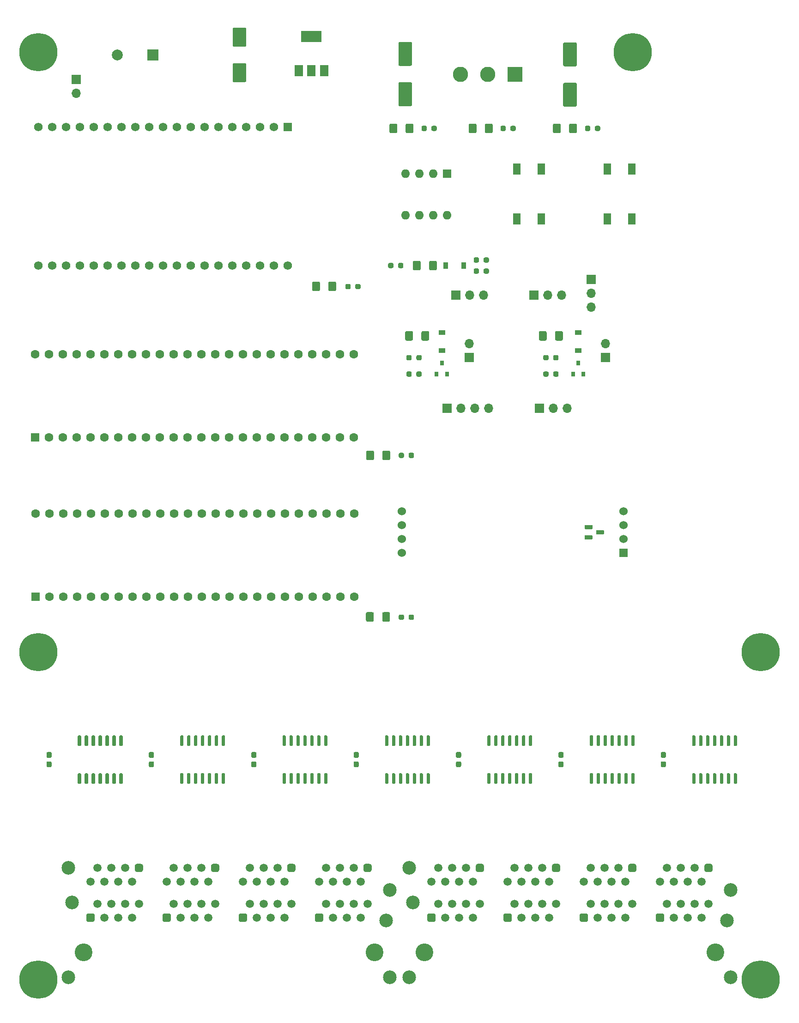
<source format=gts>
%TF.GenerationSoftware,KiCad,Pcbnew,(5.1.9-0-10_14)*%
%TF.CreationDate,2021-08-20T09:49:49+02:00*%
%TF.ProjectId,MechanicalTheatre,4d656368-616e-4696-9361-6c5468656174,rev?*%
%TF.SameCoordinates,Original*%
%TF.FileFunction,Soldermask,Top*%
%TF.FilePolarity,Negative*%
%FSLAX46Y46*%
G04 Gerber Fmt 4.6, Leading zero omitted, Abs format (unit mm)*
G04 Created by KiCad (PCBNEW (5.1.9-0-10_14)) date 2021-08-20 09:49:49*
%MOMM*%
%LPD*%
G01*
G04 APERTURE LIST*
%ADD10C,7.000000*%
%ADD11O,1.600000X1.600000*%
%ADD12R,1.600000X1.600000*%
%ADD13R,1.400000X2.100000*%
%ADD14R,0.800000X0.900000*%
%ADD15O,1.700000X1.700000*%
%ADD16R,1.700000X1.700000*%
%ADD17R,1.200000X0.900000*%
%ADD18C,1.524000*%
%ADD19R,1.524000X1.524000*%
%ADD20C,2.000000*%
%ADD21R,2.000000X2.000000*%
%ADD22R,1.500000X2.000000*%
%ADD23R,3.800000X2.000000*%
%ADD24C,2.500000*%
%ADD25C,1.500000*%
%ADD26C,3.250000*%
%ADD27R,0.900000X1.200000*%
%ADD28C,1.600000*%
%ADD29C,1.560000*%
%ADD30R,1.560000X1.560000*%
%ADD31C,2.800000*%
%ADD32R,2.800000X2.800000*%
G04 APERTURE END LIST*
D10*
%TO.C,MH2*%
X144000000Y-50000000D03*
%TD*%
%TO.C,MH1*%
X35000000Y-50000000D03*
%TD*%
%TO.C,MH6*%
X35000000Y-160000000D03*
%TD*%
%TO.C,MH5*%
X35000000Y-220000000D03*
%TD*%
%TO.C,MH3*%
X167500000Y-160000000D03*
%TD*%
%TO.C,MH4*%
X167500000Y-220000000D03*
%TD*%
%TO.C,U13*%
G36*
G01*
X136571000Y-177205000D02*
X136271000Y-177205000D01*
G75*
G02*
X136121000Y-177055000I0J150000D01*
G01*
X136121000Y-175380000D01*
G75*
G02*
X136271000Y-175230000I150000J0D01*
G01*
X136571000Y-175230000D01*
G75*
G02*
X136721000Y-175380000I0J-150000D01*
G01*
X136721000Y-177055000D01*
G75*
G02*
X136571000Y-177205000I-150000J0D01*
G01*
G37*
G36*
G01*
X137841000Y-177205000D02*
X137541000Y-177205000D01*
G75*
G02*
X137391000Y-177055000I0J150000D01*
G01*
X137391000Y-175380000D01*
G75*
G02*
X137541000Y-175230000I150000J0D01*
G01*
X137841000Y-175230000D01*
G75*
G02*
X137991000Y-175380000I0J-150000D01*
G01*
X137991000Y-177055000D01*
G75*
G02*
X137841000Y-177205000I-150000J0D01*
G01*
G37*
G36*
G01*
X139111000Y-177205000D02*
X138811000Y-177205000D01*
G75*
G02*
X138661000Y-177055000I0J150000D01*
G01*
X138661000Y-175380000D01*
G75*
G02*
X138811000Y-175230000I150000J0D01*
G01*
X139111000Y-175230000D01*
G75*
G02*
X139261000Y-175380000I0J-150000D01*
G01*
X139261000Y-177055000D01*
G75*
G02*
X139111000Y-177205000I-150000J0D01*
G01*
G37*
G36*
G01*
X140381000Y-177205000D02*
X140081000Y-177205000D01*
G75*
G02*
X139931000Y-177055000I0J150000D01*
G01*
X139931000Y-175380000D01*
G75*
G02*
X140081000Y-175230000I150000J0D01*
G01*
X140381000Y-175230000D01*
G75*
G02*
X140531000Y-175380000I0J-150000D01*
G01*
X140531000Y-177055000D01*
G75*
G02*
X140381000Y-177205000I-150000J0D01*
G01*
G37*
G36*
G01*
X141651000Y-177205000D02*
X141351000Y-177205000D01*
G75*
G02*
X141201000Y-177055000I0J150000D01*
G01*
X141201000Y-175380000D01*
G75*
G02*
X141351000Y-175230000I150000J0D01*
G01*
X141651000Y-175230000D01*
G75*
G02*
X141801000Y-175380000I0J-150000D01*
G01*
X141801000Y-177055000D01*
G75*
G02*
X141651000Y-177205000I-150000J0D01*
G01*
G37*
G36*
G01*
X142921000Y-177205000D02*
X142621000Y-177205000D01*
G75*
G02*
X142471000Y-177055000I0J150000D01*
G01*
X142471000Y-175380000D01*
G75*
G02*
X142621000Y-175230000I150000J0D01*
G01*
X142921000Y-175230000D01*
G75*
G02*
X143071000Y-175380000I0J-150000D01*
G01*
X143071000Y-177055000D01*
G75*
G02*
X142921000Y-177205000I-150000J0D01*
G01*
G37*
G36*
G01*
X144191000Y-177205000D02*
X143891000Y-177205000D01*
G75*
G02*
X143741000Y-177055000I0J150000D01*
G01*
X143741000Y-175380000D01*
G75*
G02*
X143891000Y-175230000I150000J0D01*
G01*
X144191000Y-175230000D01*
G75*
G02*
X144341000Y-175380000I0J-150000D01*
G01*
X144341000Y-177055000D01*
G75*
G02*
X144191000Y-177205000I-150000J0D01*
G01*
G37*
G36*
G01*
X144191000Y-184130000D02*
X143891000Y-184130000D01*
G75*
G02*
X143741000Y-183980000I0J150000D01*
G01*
X143741000Y-182305000D01*
G75*
G02*
X143891000Y-182155000I150000J0D01*
G01*
X144191000Y-182155000D01*
G75*
G02*
X144341000Y-182305000I0J-150000D01*
G01*
X144341000Y-183980000D01*
G75*
G02*
X144191000Y-184130000I-150000J0D01*
G01*
G37*
G36*
G01*
X142921000Y-184130000D02*
X142621000Y-184130000D01*
G75*
G02*
X142471000Y-183980000I0J150000D01*
G01*
X142471000Y-182305000D01*
G75*
G02*
X142621000Y-182155000I150000J0D01*
G01*
X142921000Y-182155000D01*
G75*
G02*
X143071000Y-182305000I0J-150000D01*
G01*
X143071000Y-183980000D01*
G75*
G02*
X142921000Y-184130000I-150000J0D01*
G01*
G37*
G36*
G01*
X141651000Y-184130000D02*
X141351000Y-184130000D01*
G75*
G02*
X141201000Y-183980000I0J150000D01*
G01*
X141201000Y-182305000D01*
G75*
G02*
X141351000Y-182155000I150000J0D01*
G01*
X141651000Y-182155000D01*
G75*
G02*
X141801000Y-182305000I0J-150000D01*
G01*
X141801000Y-183980000D01*
G75*
G02*
X141651000Y-184130000I-150000J0D01*
G01*
G37*
G36*
G01*
X140381000Y-184130000D02*
X140081000Y-184130000D01*
G75*
G02*
X139931000Y-183980000I0J150000D01*
G01*
X139931000Y-182305000D01*
G75*
G02*
X140081000Y-182155000I150000J0D01*
G01*
X140381000Y-182155000D01*
G75*
G02*
X140531000Y-182305000I0J-150000D01*
G01*
X140531000Y-183980000D01*
G75*
G02*
X140381000Y-184130000I-150000J0D01*
G01*
G37*
G36*
G01*
X139111000Y-184130000D02*
X138811000Y-184130000D01*
G75*
G02*
X138661000Y-183980000I0J150000D01*
G01*
X138661000Y-182305000D01*
G75*
G02*
X138811000Y-182155000I150000J0D01*
G01*
X139111000Y-182155000D01*
G75*
G02*
X139261000Y-182305000I0J-150000D01*
G01*
X139261000Y-183980000D01*
G75*
G02*
X139111000Y-184130000I-150000J0D01*
G01*
G37*
G36*
G01*
X137841000Y-184130000D02*
X137541000Y-184130000D01*
G75*
G02*
X137391000Y-183980000I0J150000D01*
G01*
X137391000Y-182305000D01*
G75*
G02*
X137541000Y-182155000I150000J0D01*
G01*
X137841000Y-182155000D01*
G75*
G02*
X137991000Y-182305000I0J-150000D01*
G01*
X137991000Y-183980000D01*
G75*
G02*
X137841000Y-184130000I-150000J0D01*
G01*
G37*
G36*
G01*
X136571000Y-184130000D02*
X136271000Y-184130000D01*
G75*
G02*
X136121000Y-183980000I0J150000D01*
G01*
X136121000Y-182305000D01*
G75*
G02*
X136271000Y-182155000I150000J0D01*
G01*
X136571000Y-182155000D01*
G75*
G02*
X136721000Y-182305000I0J-150000D01*
G01*
X136721000Y-183980000D01*
G75*
G02*
X136571000Y-184130000I-150000J0D01*
G01*
G37*
%TD*%
D11*
%TO.C,SW1*%
X110000000Y-79852500D03*
X102380000Y-72232500D03*
X107460000Y-79852500D03*
X104920000Y-72232500D03*
X104920000Y-79852500D03*
X107460000Y-72232500D03*
X102380000Y-79852500D03*
D12*
X110000000Y-72232500D03*
%TD*%
D13*
%TO.C,S2*%
X139350000Y-80550000D03*
X143850000Y-80550000D03*
X143850000Y-71450000D03*
X139350000Y-71450000D03*
%TD*%
%TO.C,S1*%
X122750000Y-80550000D03*
X127250000Y-80550000D03*
X127250000Y-71450000D03*
X122750000Y-71450000D03*
%TD*%
D14*
%TO.C,Q2*%
X134000000Y-107000000D03*
X134950000Y-109000000D03*
X133050000Y-109000000D03*
%TD*%
%TO.C,Q1*%
X109000000Y-107000000D03*
X109950000Y-109000000D03*
X108050000Y-109000000D03*
%TD*%
D15*
%TO.C,J4*%
X139000000Y-103460000D03*
D16*
X139000000Y-106000000D03*
%TD*%
D17*
%TO.C,D13*%
X134000000Y-104650000D03*
X134000000Y-101350000D03*
%TD*%
%TO.C,D12*%
G36*
G01*
X129775000Y-102625000D02*
X129775000Y-101375000D01*
G75*
G02*
X130025000Y-101125000I250000J0D01*
G01*
X130950000Y-101125000D01*
G75*
G02*
X131200000Y-101375000I0J-250000D01*
G01*
X131200000Y-102625000D01*
G75*
G02*
X130950000Y-102875000I-250000J0D01*
G01*
X130025000Y-102875000D01*
G75*
G02*
X129775000Y-102625000I0J250000D01*
G01*
G37*
G36*
G01*
X126800000Y-102625000D02*
X126800000Y-101375000D01*
G75*
G02*
X127050000Y-101125000I250000J0D01*
G01*
X127975000Y-101125000D01*
G75*
G02*
X128225000Y-101375000I0J-250000D01*
G01*
X128225000Y-102625000D01*
G75*
G02*
X127975000Y-102875000I-250000J0D01*
G01*
X127050000Y-102875000D01*
G75*
G02*
X126800000Y-102625000I0J250000D01*
G01*
G37*
%TD*%
%TO.C,D3*%
X109000000Y-104650000D03*
X109000000Y-101350000D03*
%TD*%
D18*
%TO.C,A1*%
X142320000Y-134190000D03*
X142320000Y-136730000D03*
X142320000Y-139270000D03*
D19*
X142320000Y-141810000D03*
D18*
X101680000Y-141810000D03*
X101680000Y-139270000D03*
X101680000Y-136730000D03*
X101680000Y-134190000D03*
%TD*%
D15*
%TO.C,J5*%
X132000000Y-115300000D03*
X129460000Y-115300000D03*
D16*
X126920000Y-115300000D03*
%TD*%
D20*
%TO.C,BZ2*%
X49500000Y-50502000D03*
D21*
X56000000Y-50502000D03*
%TD*%
%TO.C,D11*%
G36*
G01*
X106677000Y-89733000D02*
X106677000Y-88483000D01*
G75*
G02*
X106927000Y-88233000I250000J0D01*
G01*
X107852000Y-88233000D01*
G75*
G02*
X108102000Y-88483000I0J-250000D01*
G01*
X108102000Y-89733000D01*
G75*
G02*
X107852000Y-89983000I-250000J0D01*
G01*
X106927000Y-89983000D01*
G75*
G02*
X106677000Y-89733000I0J250000D01*
G01*
G37*
G36*
G01*
X103702000Y-89733000D02*
X103702000Y-88483000D01*
G75*
G02*
X103952000Y-88233000I250000J0D01*
G01*
X104877000Y-88233000D01*
G75*
G02*
X105127000Y-88483000I0J-250000D01*
G01*
X105127000Y-89733000D01*
G75*
G02*
X104877000Y-89983000I-250000J0D01*
G01*
X103952000Y-89983000D01*
G75*
G02*
X103702000Y-89733000I0J250000D01*
G01*
G37*
%TD*%
%TO.C,D10*%
G36*
G01*
X98110500Y-124533000D02*
X98110500Y-123283000D01*
G75*
G02*
X98360500Y-123033000I250000J0D01*
G01*
X99285500Y-123033000D01*
G75*
G02*
X99535500Y-123283000I0J-250000D01*
G01*
X99535500Y-124533000D01*
G75*
G02*
X99285500Y-124783000I-250000J0D01*
G01*
X98360500Y-124783000D01*
G75*
G02*
X98110500Y-124533000I0J250000D01*
G01*
G37*
G36*
G01*
X95135500Y-124533000D02*
X95135500Y-123283000D01*
G75*
G02*
X95385500Y-123033000I250000J0D01*
G01*
X96310500Y-123033000D01*
G75*
G02*
X96560500Y-123283000I0J-250000D01*
G01*
X96560500Y-124533000D01*
G75*
G02*
X96310500Y-124783000I-250000J0D01*
G01*
X95385500Y-124783000D01*
G75*
G02*
X95135500Y-124533000I0J250000D01*
G01*
G37*
%TD*%
%TO.C,D8*%
G36*
G01*
X100827000Y-63339000D02*
X100827000Y-64589000D01*
G75*
G02*
X100577000Y-64839000I-250000J0D01*
G01*
X99652000Y-64839000D01*
G75*
G02*
X99402000Y-64589000I0J250000D01*
G01*
X99402000Y-63339000D01*
G75*
G02*
X99652000Y-63089000I250000J0D01*
G01*
X100577000Y-63089000D01*
G75*
G02*
X100827000Y-63339000I0J-250000D01*
G01*
G37*
G36*
G01*
X103802000Y-63339000D02*
X103802000Y-64589000D01*
G75*
G02*
X103552000Y-64839000I-250000J0D01*
G01*
X102627000Y-64839000D01*
G75*
G02*
X102377000Y-64589000I0J250000D01*
G01*
X102377000Y-63339000D01*
G75*
G02*
X102627000Y-63089000I250000J0D01*
G01*
X103552000Y-63089000D01*
G75*
G02*
X103802000Y-63339000I0J-250000D01*
G01*
G37*
%TD*%
%TO.C,D6*%
G36*
G01*
X130799000Y-63339000D02*
X130799000Y-64589000D01*
G75*
G02*
X130549000Y-64839000I-250000J0D01*
G01*
X129624000Y-64839000D01*
G75*
G02*
X129374000Y-64589000I0J250000D01*
G01*
X129374000Y-63339000D01*
G75*
G02*
X129624000Y-63089000I250000J0D01*
G01*
X130549000Y-63089000D01*
G75*
G02*
X130799000Y-63339000I0J-250000D01*
G01*
G37*
G36*
G01*
X133774000Y-63339000D02*
X133774000Y-64589000D01*
G75*
G02*
X133524000Y-64839000I-250000J0D01*
G01*
X132599000Y-64839000D01*
G75*
G02*
X132349000Y-64589000I0J250000D01*
G01*
X132349000Y-63339000D01*
G75*
G02*
X132599000Y-63089000I250000J0D01*
G01*
X133524000Y-63089000D01*
G75*
G02*
X133774000Y-63339000I0J-250000D01*
G01*
G37*
%TD*%
%TO.C,D5*%
G36*
G01*
X115357000Y-63339000D02*
X115357000Y-64589000D01*
G75*
G02*
X115107000Y-64839000I-250000J0D01*
G01*
X114182000Y-64839000D01*
G75*
G02*
X113932000Y-64589000I0J250000D01*
G01*
X113932000Y-63339000D01*
G75*
G02*
X114182000Y-63089000I250000J0D01*
G01*
X115107000Y-63089000D01*
G75*
G02*
X115357000Y-63339000I0J-250000D01*
G01*
G37*
G36*
G01*
X118332000Y-63339000D02*
X118332000Y-64589000D01*
G75*
G02*
X118082000Y-64839000I-250000J0D01*
G01*
X117157000Y-64839000D01*
G75*
G02*
X116907000Y-64589000I0J250000D01*
G01*
X116907000Y-63339000D01*
G75*
G02*
X117157000Y-63089000I250000J0D01*
G01*
X118082000Y-63089000D01*
G75*
G02*
X118332000Y-63339000I0J-250000D01*
G01*
G37*
%TD*%
%TO.C,D4*%
G36*
G01*
X105263000Y-102625000D02*
X105263000Y-101375000D01*
G75*
G02*
X105513000Y-101125000I250000J0D01*
G01*
X106438000Y-101125000D01*
G75*
G02*
X106688000Y-101375000I0J-250000D01*
G01*
X106688000Y-102625000D01*
G75*
G02*
X106438000Y-102875000I-250000J0D01*
G01*
X105513000Y-102875000D01*
G75*
G02*
X105263000Y-102625000I0J250000D01*
G01*
G37*
G36*
G01*
X102288000Y-102625000D02*
X102288000Y-101375000D01*
G75*
G02*
X102538000Y-101125000I250000J0D01*
G01*
X103463000Y-101125000D01*
G75*
G02*
X103713000Y-101375000I0J-250000D01*
G01*
X103713000Y-102625000D01*
G75*
G02*
X103463000Y-102875000I-250000J0D01*
G01*
X102538000Y-102875000D01*
G75*
G02*
X102288000Y-102625000I0J250000D01*
G01*
G37*
%TD*%
%TO.C,D2*%
G36*
G01*
X86654500Y-92295000D02*
X86654500Y-93545000D01*
G75*
G02*
X86404500Y-93795000I-250000J0D01*
G01*
X85479500Y-93795000D01*
G75*
G02*
X85229500Y-93545000I0J250000D01*
G01*
X85229500Y-92295000D01*
G75*
G02*
X85479500Y-92045000I250000J0D01*
G01*
X86404500Y-92045000D01*
G75*
G02*
X86654500Y-92295000I0J-250000D01*
G01*
G37*
G36*
G01*
X89629500Y-92295000D02*
X89629500Y-93545000D01*
G75*
G02*
X89379500Y-93795000I-250000J0D01*
G01*
X88454500Y-93795000D01*
G75*
G02*
X88204500Y-93545000I0J250000D01*
G01*
X88204500Y-92295000D01*
G75*
G02*
X88454500Y-92045000I250000J0D01*
G01*
X89379500Y-92045000D01*
G75*
G02*
X89629500Y-92295000I0J-250000D01*
G01*
G37*
%TD*%
%TO.C,D1*%
G36*
G01*
X96535000Y-152903000D02*
X96535000Y-154153000D01*
G75*
G02*
X96285000Y-154403000I-250000J0D01*
G01*
X95360000Y-154403000D01*
G75*
G02*
X95110000Y-154153000I0J250000D01*
G01*
X95110000Y-152903000D01*
G75*
G02*
X95360000Y-152653000I250000J0D01*
G01*
X96285000Y-152653000D01*
G75*
G02*
X96535000Y-152903000I0J-250000D01*
G01*
G37*
G36*
G01*
X99510000Y-152903000D02*
X99510000Y-154153000D01*
G75*
G02*
X99260000Y-154403000I-250000J0D01*
G01*
X98335000Y-154403000D01*
G75*
G02*
X98085000Y-154153000I0J250000D01*
G01*
X98085000Y-152903000D01*
G75*
G02*
X98335000Y-152653000I250000J0D01*
G01*
X99260000Y-152653000D01*
G75*
G02*
X99510000Y-152903000I0J-250000D01*
G01*
G37*
%TD*%
%TO.C,R78*%
G36*
G01*
X100993000Y-89345500D02*
X100993000Y-88870500D01*
G75*
G02*
X101230500Y-88633000I237500J0D01*
G01*
X101730500Y-88633000D01*
G75*
G02*
X101968000Y-88870500I0J-237500D01*
G01*
X101968000Y-89345500D01*
G75*
G02*
X101730500Y-89583000I-237500J0D01*
G01*
X101230500Y-89583000D01*
G75*
G02*
X100993000Y-89345500I0J237500D01*
G01*
G37*
G36*
G01*
X99168000Y-89345500D02*
X99168000Y-88870500D01*
G75*
G02*
X99405500Y-88633000I237500J0D01*
G01*
X99905500Y-88633000D01*
G75*
G02*
X100143000Y-88870500I0J-237500D01*
G01*
X100143000Y-89345500D01*
G75*
G02*
X99905500Y-89583000I-237500J0D01*
G01*
X99405500Y-89583000D01*
G75*
G02*
X99168000Y-89345500I0J237500D01*
G01*
G37*
%TD*%
%TO.C,R77*%
G36*
G01*
X102075000Y-123670500D02*
X102075000Y-124145500D01*
G75*
G02*
X101837500Y-124383000I-237500J0D01*
G01*
X101337500Y-124383000D01*
G75*
G02*
X101100000Y-124145500I0J237500D01*
G01*
X101100000Y-123670500D01*
G75*
G02*
X101337500Y-123433000I237500J0D01*
G01*
X101837500Y-123433000D01*
G75*
G02*
X102075000Y-123670500I0J-237500D01*
G01*
G37*
G36*
G01*
X103900000Y-123670500D02*
X103900000Y-124145500D01*
G75*
G02*
X103662500Y-124383000I-237500J0D01*
G01*
X103162500Y-124383000D01*
G75*
G02*
X102925000Y-124145500I0J237500D01*
G01*
X102925000Y-123670500D01*
G75*
G02*
X103162500Y-123433000I237500J0D01*
G01*
X103662500Y-123433000D01*
G75*
G02*
X103900000Y-123670500I0J-237500D01*
G01*
G37*
%TD*%
%TO.C,C4*%
G36*
G01*
X133500000Y-52600000D02*
X131500000Y-52600000D01*
G75*
G02*
X131250000Y-52350000I0J250000D01*
G01*
X131250000Y-48450000D01*
G75*
G02*
X131500000Y-48200000I250000J0D01*
G01*
X133500000Y-48200000D01*
G75*
G02*
X133750000Y-48450000I0J-250000D01*
G01*
X133750000Y-52350000D01*
G75*
G02*
X133500000Y-52600000I-250000J0D01*
G01*
G37*
G36*
G01*
X133500000Y-60000000D02*
X131500000Y-60000000D01*
G75*
G02*
X131250000Y-59750000I0J250000D01*
G01*
X131250000Y-55850000D01*
G75*
G02*
X131500000Y-55600000I250000J0D01*
G01*
X133500000Y-55600000D01*
G75*
G02*
X133750000Y-55850000I0J-250000D01*
G01*
X133750000Y-59750000D01*
G75*
G02*
X133500000Y-60000000I-250000J0D01*
G01*
G37*
%TD*%
%TO.C,C1*%
G36*
G01*
X103300000Y-52500000D02*
X101300000Y-52500000D01*
G75*
G02*
X101050000Y-52250000I0J250000D01*
G01*
X101050000Y-48350000D01*
G75*
G02*
X101300000Y-48100000I250000J0D01*
G01*
X103300000Y-48100000D01*
G75*
G02*
X103550000Y-48350000I0J-250000D01*
G01*
X103550000Y-52250000D01*
G75*
G02*
X103300000Y-52500000I-250000J0D01*
G01*
G37*
G36*
G01*
X103300000Y-59900000D02*
X101300000Y-59900000D01*
G75*
G02*
X101050000Y-59650000I0J250000D01*
G01*
X101050000Y-55750000D01*
G75*
G02*
X101300000Y-55500000I250000J0D01*
G01*
X103300000Y-55500000D01*
G75*
G02*
X103550000Y-55750000I0J-250000D01*
G01*
X103550000Y-59650000D01*
G75*
G02*
X103300000Y-59900000I-250000J0D01*
G01*
G37*
%TD*%
D22*
%TO.C,U16*%
X82818000Y-53398000D03*
X87418000Y-53398000D03*
X85118000Y-53398000D03*
D23*
X85118000Y-47098000D03*
%TD*%
%TO.C,R76*%
G36*
G01*
X116665000Y-90361500D02*
X116665000Y-89886500D01*
G75*
G02*
X116902500Y-89649000I237500J0D01*
G01*
X117402500Y-89649000D01*
G75*
G02*
X117640000Y-89886500I0J-237500D01*
G01*
X117640000Y-90361500D01*
G75*
G02*
X117402500Y-90599000I-237500J0D01*
G01*
X116902500Y-90599000D01*
G75*
G02*
X116665000Y-90361500I0J237500D01*
G01*
G37*
G36*
G01*
X114840000Y-90361500D02*
X114840000Y-89886500D01*
G75*
G02*
X115077500Y-89649000I237500J0D01*
G01*
X115577500Y-89649000D01*
G75*
G02*
X115815000Y-89886500I0J-237500D01*
G01*
X115815000Y-90361500D01*
G75*
G02*
X115577500Y-90599000I-237500J0D01*
G01*
X115077500Y-90599000D01*
G75*
G02*
X114840000Y-90361500I0J237500D01*
G01*
G37*
%TD*%
%TO.C,R75*%
G36*
G01*
X115815000Y-87854500D02*
X115815000Y-88329500D01*
G75*
G02*
X115577500Y-88567000I-237500J0D01*
G01*
X115077500Y-88567000D01*
G75*
G02*
X114840000Y-88329500I0J237500D01*
G01*
X114840000Y-87854500D01*
G75*
G02*
X115077500Y-87617000I237500J0D01*
G01*
X115577500Y-87617000D01*
G75*
G02*
X115815000Y-87854500I0J-237500D01*
G01*
G37*
G36*
G01*
X117640000Y-87854500D02*
X117640000Y-88329500D01*
G75*
G02*
X117402500Y-88567000I-237500J0D01*
G01*
X116902500Y-88567000D01*
G75*
G02*
X116665000Y-88329500I0J237500D01*
G01*
X116665000Y-87854500D01*
G75*
G02*
X116902500Y-87617000I237500J0D01*
G01*
X117402500Y-87617000D01*
G75*
G02*
X117640000Y-87854500I0J-237500D01*
G01*
G37*
%TD*%
%TO.C,R70*%
G36*
G01*
X107105000Y-64201500D02*
X107105000Y-63726500D01*
G75*
G02*
X107342500Y-63489000I237500J0D01*
G01*
X107842500Y-63489000D01*
G75*
G02*
X108080000Y-63726500I0J-237500D01*
G01*
X108080000Y-64201500D01*
G75*
G02*
X107842500Y-64439000I-237500J0D01*
G01*
X107342500Y-64439000D01*
G75*
G02*
X107105000Y-64201500I0J237500D01*
G01*
G37*
G36*
G01*
X105280000Y-64201500D02*
X105280000Y-63726500D01*
G75*
G02*
X105517500Y-63489000I237500J0D01*
G01*
X106017500Y-63489000D01*
G75*
G02*
X106255000Y-63726500I0J-237500D01*
G01*
X106255000Y-64201500D01*
G75*
G02*
X106017500Y-64439000I-237500J0D01*
G01*
X105517500Y-64439000D01*
G75*
G02*
X105280000Y-64201500I0J237500D01*
G01*
G37*
%TD*%
%TO.C,R69*%
G36*
G01*
X136227000Y-63726500D02*
X136227000Y-64201500D01*
G75*
G02*
X135989500Y-64439000I-237500J0D01*
G01*
X135489500Y-64439000D01*
G75*
G02*
X135252000Y-64201500I0J237500D01*
G01*
X135252000Y-63726500D01*
G75*
G02*
X135489500Y-63489000I237500J0D01*
G01*
X135989500Y-63489000D01*
G75*
G02*
X136227000Y-63726500I0J-237500D01*
G01*
G37*
G36*
G01*
X138052000Y-63726500D02*
X138052000Y-64201500D01*
G75*
G02*
X137814500Y-64439000I-237500J0D01*
G01*
X137314500Y-64439000D01*
G75*
G02*
X137077000Y-64201500I0J237500D01*
G01*
X137077000Y-63726500D01*
G75*
G02*
X137314500Y-63489000I237500J0D01*
G01*
X137814500Y-63489000D01*
G75*
G02*
X138052000Y-63726500I0J-237500D01*
G01*
G37*
%TD*%
%TO.C,R68*%
G36*
G01*
X121583000Y-64201500D02*
X121583000Y-63726500D01*
G75*
G02*
X121820500Y-63489000I237500J0D01*
G01*
X122320500Y-63489000D01*
G75*
G02*
X122558000Y-63726500I0J-237500D01*
G01*
X122558000Y-64201500D01*
G75*
G02*
X122320500Y-64439000I-237500J0D01*
G01*
X121820500Y-64439000D01*
G75*
G02*
X121583000Y-64201500I0J237500D01*
G01*
G37*
G36*
G01*
X119758000Y-64201500D02*
X119758000Y-63726500D01*
G75*
G02*
X119995500Y-63489000I237500J0D01*
G01*
X120495500Y-63489000D01*
G75*
G02*
X120733000Y-63726500I0J-237500D01*
G01*
X120733000Y-64201500D01*
G75*
G02*
X120495500Y-64439000I-237500J0D01*
G01*
X119995500Y-64439000D01*
G75*
G02*
X119758000Y-64201500I0J237500D01*
G01*
G37*
%TD*%
D15*
%TO.C,JP1*%
X136410000Y-96728000D03*
X136410000Y-94188000D03*
D16*
X136410000Y-91648000D03*
%TD*%
D24*
%TO.C,J12*%
X161960000Y-219570000D03*
X103040000Y-219570000D03*
X103040000Y-199540000D03*
X161960000Y-203600000D03*
X103705000Y-205850000D03*
G36*
G01*
X157140000Y-199915000D02*
X157140000Y-199165000D01*
G75*
G02*
X157515000Y-198790000I375000J0D01*
G01*
X158265000Y-198790000D01*
G75*
G02*
X158640000Y-199165000I0J-375000D01*
G01*
X158640000Y-199915000D01*
G75*
G02*
X158265000Y-200290000I-375000J0D01*
G01*
X157515000Y-200290000D01*
G75*
G02*
X157140000Y-199915000I0J375000D01*
G01*
G37*
D25*
X156630000Y-202080000D03*
X155350000Y-199540000D03*
X154090000Y-202080000D03*
X152810000Y-199540000D03*
X151550000Y-202080000D03*
X150270000Y-199540000D03*
X149010000Y-202080000D03*
X109640000Y-202080000D03*
X107100000Y-202080000D03*
X110900000Y-199540000D03*
G36*
G01*
X115230000Y-199915000D02*
X115230000Y-199165000D01*
G75*
G02*
X115605000Y-198790000I375000J0D01*
G01*
X116355000Y-198790000D01*
G75*
G02*
X116730000Y-199165000I0J-375000D01*
G01*
X116730000Y-199915000D01*
G75*
G02*
X116355000Y-200290000I-375000J0D01*
G01*
X115605000Y-200290000D01*
G75*
G02*
X115230000Y-199915000I0J375000D01*
G01*
G37*
X108360000Y-199540000D03*
X112180000Y-202080000D03*
X113440000Y-199540000D03*
X114720000Y-202080000D03*
X122330000Y-199540000D03*
G36*
G01*
X129200000Y-199915000D02*
X129200000Y-199165000D01*
G75*
G02*
X129575000Y-198790000I375000J0D01*
G01*
X130325000Y-198790000D01*
G75*
G02*
X130700000Y-199165000I0J-375000D01*
G01*
X130700000Y-199915000D01*
G75*
G02*
X130325000Y-200290000I-375000J0D01*
G01*
X129575000Y-200290000D01*
G75*
G02*
X129200000Y-199915000I0J375000D01*
G01*
G37*
X124870000Y-199540000D03*
X121070000Y-202080000D03*
X123610000Y-202080000D03*
X128690000Y-202080000D03*
X127410000Y-199540000D03*
X126150000Y-202080000D03*
X136300000Y-199540000D03*
G36*
G01*
X143170000Y-199915000D02*
X143170000Y-199165000D01*
G75*
G02*
X143545000Y-198790000I375000J0D01*
G01*
X144295000Y-198790000D01*
G75*
G02*
X144670000Y-199165000I0J-375000D01*
G01*
X144670000Y-199915000D01*
G75*
G02*
X144295000Y-200290000I-375000J0D01*
G01*
X143545000Y-200290000D01*
G75*
G02*
X143170000Y-199915000I0J375000D01*
G01*
G37*
X138840000Y-199540000D03*
X135040000Y-202080000D03*
X137580000Y-202080000D03*
X142660000Y-202080000D03*
X141380000Y-199540000D03*
X140120000Y-202080000D03*
X140120000Y-208650000D03*
X141380000Y-206110000D03*
X142660000Y-208650000D03*
X137580000Y-208650000D03*
G36*
G01*
X134290000Y-209149500D02*
X134290000Y-208150500D01*
G75*
G02*
X134540500Y-207900000I250500J0D01*
G01*
X135539500Y-207900000D01*
G75*
G02*
X135790000Y-208150500I0J-250500D01*
G01*
X135790000Y-209149500D01*
G75*
G02*
X135539500Y-209400000I-250500J0D01*
G01*
X134540500Y-209400000D01*
G75*
G02*
X134290000Y-209149500I0J250500D01*
G01*
G37*
X138840000Y-206110000D03*
X143920000Y-206110000D03*
X136300000Y-206110000D03*
X126150000Y-208650000D03*
X127410000Y-206110000D03*
X128690000Y-208650000D03*
X123610000Y-208650000D03*
G36*
G01*
X120320000Y-209149500D02*
X120320000Y-208150500D01*
G75*
G02*
X120570500Y-207900000I250500J0D01*
G01*
X121569500Y-207900000D01*
G75*
G02*
X121820000Y-208150500I0J-250500D01*
G01*
X121820000Y-209149500D01*
G75*
G02*
X121569500Y-209400000I-250500J0D01*
G01*
X120570500Y-209400000D01*
G75*
G02*
X120320000Y-209149500I0J250500D01*
G01*
G37*
X124870000Y-206110000D03*
X129950000Y-206110000D03*
X122330000Y-206110000D03*
X108360000Y-206110000D03*
X115980000Y-206110000D03*
X110900000Y-206110000D03*
G36*
G01*
X106350000Y-209149500D02*
X106350000Y-208150500D01*
G75*
G02*
X106600500Y-207900000I250500J0D01*
G01*
X107599500Y-207900000D01*
G75*
G02*
X107850000Y-208150500I0J-250500D01*
G01*
X107850000Y-209149500D01*
G75*
G02*
X107599500Y-209400000I-250500J0D01*
G01*
X106600500Y-209400000D01*
G75*
G02*
X106350000Y-209149500I0J250500D01*
G01*
G37*
X109640000Y-208650000D03*
X114720000Y-208650000D03*
X113440000Y-206110000D03*
X112180000Y-208650000D03*
G36*
G01*
X148260000Y-209149500D02*
X148260000Y-208150500D01*
G75*
G02*
X148510500Y-207900000I250500J0D01*
G01*
X149509500Y-207900000D01*
G75*
G02*
X149760000Y-208150500I0J-250500D01*
G01*
X149760000Y-209149500D01*
G75*
G02*
X149509500Y-209400000I-250500J0D01*
G01*
X148510500Y-209400000D01*
G75*
G02*
X148260000Y-209149500I0J250500D01*
G01*
G37*
X150270000Y-206110000D03*
X151550000Y-208650000D03*
X152810000Y-206110000D03*
X154090000Y-208650000D03*
X155350000Y-206110000D03*
X156630000Y-208650000D03*
X157890000Y-206110000D03*
D24*
X161295000Y-209150000D03*
D26*
X105830000Y-215000000D03*
X159170000Y-215000000D03*
%TD*%
D15*
%TO.C,J6*%
X130980000Y-94500000D03*
X128440000Y-94500000D03*
D16*
X125900000Y-94500000D03*
%TD*%
D27*
%TO.C,D9*%
X113042000Y-89108000D03*
X109742000Y-89108000D03*
%TD*%
%TO.C,D7*%
G36*
G01*
X135180000Y-137350000D02*
X135180000Y-136750000D01*
G75*
G02*
X135250000Y-136680000I70000J0D01*
G01*
X136550000Y-136680000D01*
G75*
G02*
X136620000Y-136750000I0J-70000D01*
G01*
X136620000Y-137350000D01*
G75*
G02*
X136550000Y-137420000I-70000J0D01*
G01*
X135250000Y-137420000D01*
G75*
G02*
X135180000Y-137350000I0J70000D01*
G01*
G37*
G36*
G01*
X135180000Y-139250000D02*
X135180000Y-138650000D01*
G75*
G02*
X135250000Y-138580000I70000J0D01*
G01*
X136550000Y-138580000D01*
G75*
G02*
X136620000Y-138650000I0J-70000D01*
G01*
X136620000Y-139250000D01*
G75*
G02*
X136550000Y-139320000I-70000J0D01*
G01*
X135250000Y-139320000D01*
G75*
G02*
X135180000Y-139250000I0J70000D01*
G01*
G37*
G36*
G01*
X137280000Y-138300000D02*
X137280000Y-137700000D01*
G75*
G02*
X137350000Y-137630000I70000J0D01*
G01*
X138650000Y-137630000D01*
G75*
G02*
X138720000Y-137700000I0J-70000D01*
G01*
X138720000Y-138300000D01*
G75*
G02*
X138650000Y-138370000I-70000J0D01*
G01*
X137350000Y-138370000D01*
G75*
G02*
X137280000Y-138300000I0J70000D01*
G01*
G37*
%TD*%
%TO.C,C31*%
G36*
G01*
X131083500Y-179355000D02*
X130608500Y-179355000D01*
G75*
G02*
X130371000Y-179117500I0J237500D01*
G01*
X130371000Y-178517500D01*
G75*
G02*
X130608500Y-178280000I237500J0D01*
G01*
X131083500Y-178280000D01*
G75*
G02*
X131321000Y-178517500I0J-237500D01*
G01*
X131321000Y-179117500D01*
G75*
G02*
X131083500Y-179355000I-237500J0D01*
G01*
G37*
G36*
G01*
X131083500Y-181080000D02*
X130608500Y-181080000D01*
G75*
G02*
X130371000Y-180842500I0J237500D01*
G01*
X130371000Y-180242500D01*
G75*
G02*
X130608500Y-180005000I237500J0D01*
G01*
X131083500Y-180005000D01*
G75*
G02*
X131321000Y-180242500I0J-237500D01*
G01*
X131321000Y-180842500D01*
G75*
G02*
X131083500Y-181080000I-237500J0D01*
G01*
G37*
%TD*%
%TO.C,C30*%
G36*
G01*
X149852500Y-179355000D02*
X149377500Y-179355000D01*
G75*
G02*
X149140000Y-179117500I0J237500D01*
G01*
X149140000Y-178517500D01*
G75*
G02*
X149377500Y-178280000I237500J0D01*
G01*
X149852500Y-178280000D01*
G75*
G02*
X150090000Y-178517500I0J-237500D01*
G01*
X150090000Y-179117500D01*
G75*
G02*
X149852500Y-179355000I-237500J0D01*
G01*
G37*
G36*
G01*
X149852500Y-181080000D02*
X149377500Y-181080000D01*
G75*
G02*
X149140000Y-180842500I0J237500D01*
G01*
X149140000Y-180242500D01*
G75*
G02*
X149377500Y-180005000I237500J0D01*
G01*
X149852500Y-180005000D01*
G75*
G02*
X150090000Y-180242500I0J-237500D01*
G01*
X150090000Y-180842500D01*
G75*
G02*
X149852500Y-181080000I-237500J0D01*
G01*
G37*
%TD*%
%TO.C,C29*%
G36*
G01*
X112314500Y-179355000D02*
X111839500Y-179355000D01*
G75*
G02*
X111602000Y-179117500I0J237500D01*
G01*
X111602000Y-178517500D01*
G75*
G02*
X111839500Y-178280000I237500J0D01*
G01*
X112314500Y-178280000D01*
G75*
G02*
X112552000Y-178517500I0J-237500D01*
G01*
X112552000Y-179117500D01*
G75*
G02*
X112314500Y-179355000I-237500J0D01*
G01*
G37*
G36*
G01*
X112314500Y-181080000D02*
X111839500Y-181080000D01*
G75*
G02*
X111602000Y-180842500I0J237500D01*
G01*
X111602000Y-180242500D01*
G75*
G02*
X111839500Y-180005000I237500J0D01*
G01*
X112314500Y-180005000D01*
G75*
G02*
X112552000Y-180242500I0J-237500D01*
G01*
X112552000Y-180842500D01*
G75*
G02*
X112314500Y-181080000I-237500J0D01*
G01*
G37*
%TD*%
%TO.C,C28*%
G36*
G01*
X93545200Y-179355000D02*
X93070200Y-179355000D01*
G75*
G02*
X92832700Y-179117500I0J237500D01*
G01*
X92832700Y-178517500D01*
G75*
G02*
X93070200Y-178280000I237500J0D01*
G01*
X93545200Y-178280000D01*
G75*
G02*
X93782700Y-178517500I0J-237500D01*
G01*
X93782700Y-179117500D01*
G75*
G02*
X93545200Y-179355000I-237500J0D01*
G01*
G37*
G36*
G01*
X93545200Y-181080000D02*
X93070200Y-181080000D01*
G75*
G02*
X92832700Y-180842500I0J237500D01*
G01*
X92832700Y-180242500D01*
G75*
G02*
X93070200Y-180005000I237500J0D01*
G01*
X93545200Y-180005000D01*
G75*
G02*
X93782700Y-180242500I0J-237500D01*
G01*
X93782700Y-180842500D01*
G75*
G02*
X93545200Y-181080000I-237500J0D01*
G01*
G37*
%TD*%
%TO.C,C27*%
G36*
G01*
X56006700Y-179355000D02*
X55531700Y-179355000D01*
G75*
G02*
X55294200Y-179117500I0J237500D01*
G01*
X55294200Y-178517500D01*
G75*
G02*
X55531700Y-178280000I237500J0D01*
G01*
X56006700Y-178280000D01*
G75*
G02*
X56244200Y-178517500I0J-237500D01*
G01*
X56244200Y-179117500D01*
G75*
G02*
X56006700Y-179355000I-237500J0D01*
G01*
G37*
G36*
G01*
X56006700Y-181080000D02*
X55531700Y-181080000D01*
G75*
G02*
X55294200Y-180842500I0J237500D01*
G01*
X55294200Y-180242500D01*
G75*
G02*
X55531700Y-180005000I237500J0D01*
G01*
X56006700Y-180005000D01*
G75*
G02*
X56244200Y-180242500I0J-237500D01*
G01*
X56244200Y-180842500D01*
G75*
G02*
X56006700Y-181080000I-237500J0D01*
G01*
G37*
%TD*%
%TO.C,C26*%
G36*
G01*
X74776000Y-179355000D02*
X74301000Y-179355000D01*
G75*
G02*
X74063500Y-179117500I0J237500D01*
G01*
X74063500Y-178517500D01*
G75*
G02*
X74301000Y-178280000I237500J0D01*
G01*
X74776000Y-178280000D01*
G75*
G02*
X75013500Y-178517500I0J-237500D01*
G01*
X75013500Y-179117500D01*
G75*
G02*
X74776000Y-179355000I-237500J0D01*
G01*
G37*
G36*
G01*
X74776000Y-181080000D02*
X74301000Y-181080000D01*
G75*
G02*
X74063500Y-180842500I0J237500D01*
G01*
X74063500Y-180242500D01*
G75*
G02*
X74301000Y-180005000I237500J0D01*
G01*
X74776000Y-180005000D01*
G75*
G02*
X75013500Y-180242500I0J-237500D01*
G01*
X75013500Y-180842500D01*
G75*
G02*
X74776000Y-181080000I-237500J0D01*
G01*
G37*
%TD*%
%TO.C,C25*%
G36*
G01*
X37237500Y-179355000D02*
X36762500Y-179355000D01*
G75*
G02*
X36525000Y-179117500I0J237500D01*
G01*
X36525000Y-178517500D01*
G75*
G02*
X36762500Y-178280000I237500J0D01*
G01*
X37237500Y-178280000D01*
G75*
G02*
X37475000Y-178517500I0J-237500D01*
G01*
X37475000Y-179117500D01*
G75*
G02*
X37237500Y-179355000I-237500J0D01*
G01*
G37*
G36*
G01*
X37237500Y-181080000D02*
X36762500Y-181080000D01*
G75*
G02*
X36525000Y-180842500I0J237500D01*
G01*
X36525000Y-180242500D01*
G75*
G02*
X36762500Y-180005000I237500J0D01*
G01*
X37237500Y-180005000D01*
G75*
G02*
X37475000Y-180242500I0J-237500D01*
G01*
X37475000Y-180842500D01*
G75*
G02*
X37237500Y-181080000I-237500J0D01*
G01*
G37*
%TD*%
%TO.C,C19*%
G36*
G01*
X72900000Y-49000000D02*
X70900000Y-49000000D01*
G75*
G02*
X70650000Y-48750000I0J250000D01*
G01*
X70650000Y-45750000D01*
G75*
G02*
X70900000Y-45500000I250000J0D01*
G01*
X72900000Y-45500000D01*
G75*
G02*
X73150000Y-45750000I0J-250000D01*
G01*
X73150000Y-48750000D01*
G75*
G02*
X72900000Y-49000000I-250000J0D01*
G01*
G37*
G36*
G01*
X72900000Y-55500000D02*
X70900000Y-55500000D01*
G75*
G02*
X70650000Y-55250000I0J250000D01*
G01*
X70650000Y-52250000D01*
G75*
G02*
X70900000Y-52000000I250000J0D01*
G01*
X72900000Y-52000000D01*
G75*
G02*
X73150000Y-52250000I0J-250000D01*
G01*
X73150000Y-55250000D01*
G75*
G02*
X72900000Y-55500000I-250000J0D01*
G01*
G37*
%TD*%
D15*
%TO.C,J9*%
X116680000Y-94500000D03*
X114140000Y-94500000D03*
D16*
X111600000Y-94500000D03*
%TD*%
D15*
%TO.C,J8*%
X117620000Y-115270000D03*
X115080000Y-115270000D03*
X112540000Y-115270000D03*
D16*
X110000000Y-115270000D03*
%TD*%
D15*
%TO.C,J3*%
X114000000Y-103460000D03*
D16*
X114000000Y-106000000D03*
%TD*%
D15*
%TO.C,J2*%
X42000000Y-57540000D03*
D16*
X42000000Y-55000000D03*
%TD*%
D28*
%TO.C,U15*%
X34445000Y-105366000D03*
X36985000Y-105366000D03*
X39525000Y-105366000D03*
X42065000Y-105366000D03*
X44605000Y-105366000D03*
X47145000Y-105366000D03*
X49685000Y-105366000D03*
X52225000Y-105366000D03*
X54765000Y-105366000D03*
X57305000Y-105366000D03*
X59845000Y-105366000D03*
X62385000Y-105366000D03*
X64925000Y-105366000D03*
X67465000Y-105366000D03*
D12*
X34445000Y-120606000D03*
D28*
X36985000Y-120606000D03*
X39525000Y-120606000D03*
X42065000Y-120606000D03*
X44605000Y-120606000D03*
X47145000Y-120606000D03*
X49685000Y-120606000D03*
X52225000Y-120606000D03*
X54765000Y-120606000D03*
X57305000Y-120606000D03*
X59845000Y-120606000D03*
X62385000Y-120606000D03*
X64925000Y-120606000D03*
X70005000Y-105366000D03*
X72545000Y-105366000D03*
X75085000Y-105366000D03*
X77625000Y-105366000D03*
X80165000Y-105366000D03*
X82705000Y-105366000D03*
X85245000Y-105366000D03*
X87785000Y-105366000D03*
X90325000Y-105366000D03*
X92865000Y-105366000D03*
X92865000Y-120606000D03*
X90325000Y-120606000D03*
X87785000Y-120606000D03*
X85245000Y-120606000D03*
X67465000Y-120606000D03*
X70005000Y-120606000D03*
X72545000Y-120606000D03*
X82705000Y-120606000D03*
X80165000Y-120606000D03*
X77625000Y-120606000D03*
X75085000Y-120606000D03*
%TD*%
%TO.C,U12*%
G36*
G01*
X155340000Y-177205000D02*
X155040000Y-177205000D01*
G75*
G02*
X154890000Y-177055000I0J150000D01*
G01*
X154890000Y-175380000D01*
G75*
G02*
X155040000Y-175230000I150000J0D01*
G01*
X155340000Y-175230000D01*
G75*
G02*
X155490000Y-175380000I0J-150000D01*
G01*
X155490000Y-177055000D01*
G75*
G02*
X155340000Y-177205000I-150000J0D01*
G01*
G37*
G36*
G01*
X156610000Y-177205000D02*
X156310000Y-177205000D01*
G75*
G02*
X156160000Y-177055000I0J150000D01*
G01*
X156160000Y-175380000D01*
G75*
G02*
X156310000Y-175230000I150000J0D01*
G01*
X156610000Y-175230000D01*
G75*
G02*
X156760000Y-175380000I0J-150000D01*
G01*
X156760000Y-177055000D01*
G75*
G02*
X156610000Y-177205000I-150000J0D01*
G01*
G37*
G36*
G01*
X157880000Y-177205000D02*
X157580000Y-177205000D01*
G75*
G02*
X157430000Y-177055000I0J150000D01*
G01*
X157430000Y-175380000D01*
G75*
G02*
X157580000Y-175230000I150000J0D01*
G01*
X157880000Y-175230000D01*
G75*
G02*
X158030000Y-175380000I0J-150000D01*
G01*
X158030000Y-177055000D01*
G75*
G02*
X157880000Y-177205000I-150000J0D01*
G01*
G37*
G36*
G01*
X159150000Y-177205000D02*
X158850000Y-177205000D01*
G75*
G02*
X158700000Y-177055000I0J150000D01*
G01*
X158700000Y-175380000D01*
G75*
G02*
X158850000Y-175230000I150000J0D01*
G01*
X159150000Y-175230000D01*
G75*
G02*
X159300000Y-175380000I0J-150000D01*
G01*
X159300000Y-177055000D01*
G75*
G02*
X159150000Y-177205000I-150000J0D01*
G01*
G37*
G36*
G01*
X160420000Y-177205000D02*
X160120000Y-177205000D01*
G75*
G02*
X159970000Y-177055000I0J150000D01*
G01*
X159970000Y-175380000D01*
G75*
G02*
X160120000Y-175230000I150000J0D01*
G01*
X160420000Y-175230000D01*
G75*
G02*
X160570000Y-175380000I0J-150000D01*
G01*
X160570000Y-177055000D01*
G75*
G02*
X160420000Y-177205000I-150000J0D01*
G01*
G37*
G36*
G01*
X161690000Y-177205000D02*
X161390000Y-177205000D01*
G75*
G02*
X161240000Y-177055000I0J150000D01*
G01*
X161240000Y-175380000D01*
G75*
G02*
X161390000Y-175230000I150000J0D01*
G01*
X161690000Y-175230000D01*
G75*
G02*
X161840000Y-175380000I0J-150000D01*
G01*
X161840000Y-177055000D01*
G75*
G02*
X161690000Y-177205000I-150000J0D01*
G01*
G37*
G36*
G01*
X162960000Y-177205000D02*
X162660000Y-177205000D01*
G75*
G02*
X162510000Y-177055000I0J150000D01*
G01*
X162510000Y-175380000D01*
G75*
G02*
X162660000Y-175230000I150000J0D01*
G01*
X162960000Y-175230000D01*
G75*
G02*
X163110000Y-175380000I0J-150000D01*
G01*
X163110000Y-177055000D01*
G75*
G02*
X162960000Y-177205000I-150000J0D01*
G01*
G37*
G36*
G01*
X162960000Y-184130000D02*
X162660000Y-184130000D01*
G75*
G02*
X162510000Y-183980000I0J150000D01*
G01*
X162510000Y-182305000D01*
G75*
G02*
X162660000Y-182155000I150000J0D01*
G01*
X162960000Y-182155000D01*
G75*
G02*
X163110000Y-182305000I0J-150000D01*
G01*
X163110000Y-183980000D01*
G75*
G02*
X162960000Y-184130000I-150000J0D01*
G01*
G37*
G36*
G01*
X161690000Y-184130000D02*
X161390000Y-184130000D01*
G75*
G02*
X161240000Y-183980000I0J150000D01*
G01*
X161240000Y-182305000D01*
G75*
G02*
X161390000Y-182155000I150000J0D01*
G01*
X161690000Y-182155000D01*
G75*
G02*
X161840000Y-182305000I0J-150000D01*
G01*
X161840000Y-183980000D01*
G75*
G02*
X161690000Y-184130000I-150000J0D01*
G01*
G37*
G36*
G01*
X160420000Y-184130000D02*
X160120000Y-184130000D01*
G75*
G02*
X159970000Y-183980000I0J150000D01*
G01*
X159970000Y-182305000D01*
G75*
G02*
X160120000Y-182155000I150000J0D01*
G01*
X160420000Y-182155000D01*
G75*
G02*
X160570000Y-182305000I0J-150000D01*
G01*
X160570000Y-183980000D01*
G75*
G02*
X160420000Y-184130000I-150000J0D01*
G01*
G37*
G36*
G01*
X159150000Y-184130000D02*
X158850000Y-184130000D01*
G75*
G02*
X158700000Y-183980000I0J150000D01*
G01*
X158700000Y-182305000D01*
G75*
G02*
X158850000Y-182155000I150000J0D01*
G01*
X159150000Y-182155000D01*
G75*
G02*
X159300000Y-182305000I0J-150000D01*
G01*
X159300000Y-183980000D01*
G75*
G02*
X159150000Y-184130000I-150000J0D01*
G01*
G37*
G36*
G01*
X157880000Y-184130000D02*
X157580000Y-184130000D01*
G75*
G02*
X157430000Y-183980000I0J150000D01*
G01*
X157430000Y-182305000D01*
G75*
G02*
X157580000Y-182155000I150000J0D01*
G01*
X157880000Y-182155000D01*
G75*
G02*
X158030000Y-182305000I0J-150000D01*
G01*
X158030000Y-183980000D01*
G75*
G02*
X157880000Y-184130000I-150000J0D01*
G01*
G37*
G36*
G01*
X156610000Y-184130000D02*
X156310000Y-184130000D01*
G75*
G02*
X156160000Y-183980000I0J150000D01*
G01*
X156160000Y-182305000D01*
G75*
G02*
X156310000Y-182155000I150000J0D01*
G01*
X156610000Y-182155000D01*
G75*
G02*
X156760000Y-182305000I0J-150000D01*
G01*
X156760000Y-183980000D01*
G75*
G02*
X156610000Y-184130000I-150000J0D01*
G01*
G37*
G36*
G01*
X155340000Y-184130000D02*
X155040000Y-184130000D01*
G75*
G02*
X154890000Y-183980000I0J150000D01*
G01*
X154890000Y-182305000D01*
G75*
G02*
X155040000Y-182155000I150000J0D01*
G01*
X155340000Y-182155000D01*
G75*
G02*
X155490000Y-182305000I0J-150000D01*
G01*
X155490000Y-183980000D01*
G75*
G02*
X155340000Y-184130000I-150000J0D01*
G01*
G37*
%TD*%
%TO.C,U11*%
G36*
G01*
X117802000Y-177205000D02*
X117502000Y-177205000D01*
G75*
G02*
X117352000Y-177055000I0J150000D01*
G01*
X117352000Y-175380000D01*
G75*
G02*
X117502000Y-175230000I150000J0D01*
G01*
X117802000Y-175230000D01*
G75*
G02*
X117952000Y-175380000I0J-150000D01*
G01*
X117952000Y-177055000D01*
G75*
G02*
X117802000Y-177205000I-150000J0D01*
G01*
G37*
G36*
G01*
X119072000Y-177205000D02*
X118772000Y-177205000D01*
G75*
G02*
X118622000Y-177055000I0J150000D01*
G01*
X118622000Y-175380000D01*
G75*
G02*
X118772000Y-175230000I150000J0D01*
G01*
X119072000Y-175230000D01*
G75*
G02*
X119222000Y-175380000I0J-150000D01*
G01*
X119222000Y-177055000D01*
G75*
G02*
X119072000Y-177205000I-150000J0D01*
G01*
G37*
G36*
G01*
X120342000Y-177205000D02*
X120042000Y-177205000D01*
G75*
G02*
X119892000Y-177055000I0J150000D01*
G01*
X119892000Y-175380000D01*
G75*
G02*
X120042000Y-175230000I150000J0D01*
G01*
X120342000Y-175230000D01*
G75*
G02*
X120492000Y-175380000I0J-150000D01*
G01*
X120492000Y-177055000D01*
G75*
G02*
X120342000Y-177205000I-150000J0D01*
G01*
G37*
G36*
G01*
X121612000Y-177205000D02*
X121312000Y-177205000D01*
G75*
G02*
X121162000Y-177055000I0J150000D01*
G01*
X121162000Y-175380000D01*
G75*
G02*
X121312000Y-175230000I150000J0D01*
G01*
X121612000Y-175230000D01*
G75*
G02*
X121762000Y-175380000I0J-150000D01*
G01*
X121762000Y-177055000D01*
G75*
G02*
X121612000Y-177205000I-150000J0D01*
G01*
G37*
G36*
G01*
X122882000Y-177205000D02*
X122582000Y-177205000D01*
G75*
G02*
X122432000Y-177055000I0J150000D01*
G01*
X122432000Y-175380000D01*
G75*
G02*
X122582000Y-175230000I150000J0D01*
G01*
X122882000Y-175230000D01*
G75*
G02*
X123032000Y-175380000I0J-150000D01*
G01*
X123032000Y-177055000D01*
G75*
G02*
X122882000Y-177205000I-150000J0D01*
G01*
G37*
G36*
G01*
X124152000Y-177205000D02*
X123852000Y-177205000D01*
G75*
G02*
X123702000Y-177055000I0J150000D01*
G01*
X123702000Y-175380000D01*
G75*
G02*
X123852000Y-175230000I150000J0D01*
G01*
X124152000Y-175230000D01*
G75*
G02*
X124302000Y-175380000I0J-150000D01*
G01*
X124302000Y-177055000D01*
G75*
G02*
X124152000Y-177205000I-150000J0D01*
G01*
G37*
G36*
G01*
X125422000Y-177205000D02*
X125122000Y-177205000D01*
G75*
G02*
X124972000Y-177055000I0J150000D01*
G01*
X124972000Y-175380000D01*
G75*
G02*
X125122000Y-175230000I150000J0D01*
G01*
X125422000Y-175230000D01*
G75*
G02*
X125572000Y-175380000I0J-150000D01*
G01*
X125572000Y-177055000D01*
G75*
G02*
X125422000Y-177205000I-150000J0D01*
G01*
G37*
G36*
G01*
X125422000Y-184130000D02*
X125122000Y-184130000D01*
G75*
G02*
X124972000Y-183980000I0J150000D01*
G01*
X124972000Y-182305000D01*
G75*
G02*
X125122000Y-182155000I150000J0D01*
G01*
X125422000Y-182155000D01*
G75*
G02*
X125572000Y-182305000I0J-150000D01*
G01*
X125572000Y-183980000D01*
G75*
G02*
X125422000Y-184130000I-150000J0D01*
G01*
G37*
G36*
G01*
X124152000Y-184130000D02*
X123852000Y-184130000D01*
G75*
G02*
X123702000Y-183980000I0J150000D01*
G01*
X123702000Y-182305000D01*
G75*
G02*
X123852000Y-182155000I150000J0D01*
G01*
X124152000Y-182155000D01*
G75*
G02*
X124302000Y-182305000I0J-150000D01*
G01*
X124302000Y-183980000D01*
G75*
G02*
X124152000Y-184130000I-150000J0D01*
G01*
G37*
G36*
G01*
X122882000Y-184130000D02*
X122582000Y-184130000D01*
G75*
G02*
X122432000Y-183980000I0J150000D01*
G01*
X122432000Y-182305000D01*
G75*
G02*
X122582000Y-182155000I150000J0D01*
G01*
X122882000Y-182155000D01*
G75*
G02*
X123032000Y-182305000I0J-150000D01*
G01*
X123032000Y-183980000D01*
G75*
G02*
X122882000Y-184130000I-150000J0D01*
G01*
G37*
G36*
G01*
X121612000Y-184130000D02*
X121312000Y-184130000D01*
G75*
G02*
X121162000Y-183980000I0J150000D01*
G01*
X121162000Y-182305000D01*
G75*
G02*
X121312000Y-182155000I150000J0D01*
G01*
X121612000Y-182155000D01*
G75*
G02*
X121762000Y-182305000I0J-150000D01*
G01*
X121762000Y-183980000D01*
G75*
G02*
X121612000Y-184130000I-150000J0D01*
G01*
G37*
G36*
G01*
X120342000Y-184130000D02*
X120042000Y-184130000D01*
G75*
G02*
X119892000Y-183980000I0J150000D01*
G01*
X119892000Y-182305000D01*
G75*
G02*
X120042000Y-182155000I150000J0D01*
G01*
X120342000Y-182155000D01*
G75*
G02*
X120492000Y-182305000I0J-150000D01*
G01*
X120492000Y-183980000D01*
G75*
G02*
X120342000Y-184130000I-150000J0D01*
G01*
G37*
G36*
G01*
X119072000Y-184130000D02*
X118772000Y-184130000D01*
G75*
G02*
X118622000Y-183980000I0J150000D01*
G01*
X118622000Y-182305000D01*
G75*
G02*
X118772000Y-182155000I150000J0D01*
G01*
X119072000Y-182155000D01*
G75*
G02*
X119222000Y-182305000I0J-150000D01*
G01*
X119222000Y-183980000D01*
G75*
G02*
X119072000Y-184130000I-150000J0D01*
G01*
G37*
G36*
G01*
X117802000Y-184130000D02*
X117502000Y-184130000D01*
G75*
G02*
X117352000Y-183980000I0J150000D01*
G01*
X117352000Y-182305000D01*
G75*
G02*
X117502000Y-182155000I150000J0D01*
G01*
X117802000Y-182155000D01*
G75*
G02*
X117952000Y-182305000I0J-150000D01*
G01*
X117952000Y-183980000D01*
G75*
G02*
X117802000Y-184130000I-150000J0D01*
G01*
G37*
%TD*%
%TO.C,U9*%
G36*
G01*
X99032000Y-177205000D02*
X98732000Y-177205000D01*
G75*
G02*
X98582000Y-177055000I0J150000D01*
G01*
X98582000Y-175380000D01*
G75*
G02*
X98732000Y-175230000I150000J0D01*
G01*
X99032000Y-175230000D01*
G75*
G02*
X99182000Y-175380000I0J-150000D01*
G01*
X99182000Y-177055000D01*
G75*
G02*
X99032000Y-177205000I-150000J0D01*
G01*
G37*
G36*
G01*
X100302000Y-177205000D02*
X100002000Y-177205000D01*
G75*
G02*
X99852000Y-177055000I0J150000D01*
G01*
X99852000Y-175380000D01*
G75*
G02*
X100002000Y-175230000I150000J0D01*
G01*
X100302000Y-175230000D01*
G75*
G02*
X100452000Y-175380000I0J-150000D01*
G01*
X100452000Y-177055000D01*
G75*
G02*
X100302000Y-177205000I-150000J0D01*
G01*
G37*
G36*
G01*
X101572000Y-177205000D02*
X101272000Y-177205000D01*
G75*
G02*
X101122000Y-177055000I0J150000D01*
G01*
X101122000Y-175380000D01*
G75*
G02*
X101272000Y-175230000I150000J0D01*
G01*
X101572000Y-175230000D01*
G75*
G02*
X101722000Y-175380000I0J-150000D01*
G01*
X101722000Y-177055000D01*
G75*
G02*
X101572000Y-177205000I-150000J0D01*
G01*
G37*
G36*
G01*
X102842000Y-177205000D02*
X102542000Y-177205000D01*
G75*
G02*
X102392000Y-177055000I0J150000D01*
G01*
X102392000Y-175380000D01*
G75*
G02*
X102542000Y-175230000I150000J0D01*
G01*
X102842000Y-175230000D01*
G75*
G02*
X102992000Y-175380000I0J-150000D01*
G01*
X102992000Y-177055000D01*
G75*
G02*
X102842000Y-177205000I-150000J0D01*
G01*
G37*
G36*
G01*
X104112000Y-177205000D02*
X103812000Y-177205000D01*
G75*
G02*
X103662000Y-177055000I0J150000D01*
G01*
X103662000Y-175380000D01*
G75*
G02*
X103812000Y-175230000I150000J0D01*
G01*
X104112000Y-175230000D01*
G75*
G02*
X104262000Y-175380000I0J-150000D01*
G01*
X104262000Y-177055000D01*
G75*
G02*
X104112000Y-177205000I-150000J0D01*
G01*
G37*
G36*
G01*
X105382000Y-177205000D02*
X105082000Y-177205000D01*
G75*
G02*
X104932000Y-177055000I0J150000D01*
G01*
X104932000Y-175380000D01*
G75*
G02*
X105082000Y-175230000I150000J0D01*
G01*
X105382000Y-175230000D01*
G75*
G02*
X105532000Y-175380000I0J-150000D01*
G01*
X105532000Y-177055000D01*
G75*
G02*
X105382000Y-177205000I-150000J0D01*
G01*
G37*
G36*
G01*
X106652000Y-177205000D02*
X106352000Y-177205000D01*
G75*
G02*
X106202000Y-177055000I0J150000D01*
G01*
X106202000Y-175380000D01*
G75*
G02*
X106352000Y-175230000I150000J0D01*
G01*
X106652000Y-175230000D01*
G75*
G02*
X106802000Y-175380000I0J-150000D01*
G01*
X106802000Y-177055000D01*
G75*
G02*
X106652000Y-177205000I-150000J0D01*
G01*
G37*
G36*
G01*
X106652000Y-184130000D02*
X106352000Y-184130000D01*
G75*
G02*
X106202000Y-183980000I0J150000D01*
G01*
X106202000Y-182305000D01*
G75*
G02*
X106352000Y-182155000I150000J0D01*
G01*
X106652000Y-182155000D01*
G75*
G02*
X106802000Y-182305000I0J-150000D01*
G01*
X106802000Y-183980000D01*
G75*
G02*
X106652000Y-184130000I-150000J0D01*
G01*
G37*
G36*
G01*
X105382000Y-184130000D02*
X105082000Y-184130000D01*
G75*
G02*
X104932000Y-183980000I0J150000D01*
G01*
X104932000Y-182305000D01*
G75*
G02*
X105082000Y-182155000I150000J0D01*
G01*
X105382000Y-182155000D01*
G75*
G02*
X105532000Y-182305000I0J-150000D01*
G01*
X105532000Y-183980000D01*
G75*
G02*
X105382000Y-184130000I-150000J0D01*
G01*
G37*
G36*
G01*
X104112000Y-184130000D02*
X103812000Y-184130000D01*
G75*
G02*
X103662000Y-183980000I0J150000D01*
G01*
X103662000Y-182305000D01*
G75*
G02*
X103812000Y-182155000I150000J0D01*
G01*
X104112000Y-182155000D01*
G75*
G02*
X104262000Y-182305000I0J-150000D01*
G01*
X104262000Y-183980000D01*
G75*
G02*
X104112000Y-184130000I-150000J0D01*
G01*
G37*
G36*
G01*
X102842000Y-184130000D02*
X102542000Y-184130000D01*
G75*
G02*
X102392000Y-183980000I0J150000D01*
G01*
X102392000Y-182305000D01*
G75*
G02*
X102542000Y-182155000I150000J0D01*
G01*
X102842000Y-182155000D01*
G75*
G02*
X102992000Y-182305000I0J-150000D01*
G01*
X102992000Y-183980000D01*
G75*
G02*
X102842000Y-184130000I-150000J0D01*
G01*
G37*
G36*
G01*
X101572000Y-184130000D02*
X101272000Y-184130000D01*
G75*
G02*
X101122000Y-183980000I0J150000D01*
G01*
X101122000Y-182305000D01*
G75*
G02*
X101272000Y-182155000I150000J0D01*
G01*
X101572000Y-182155000D01*
G75*
G02*
X101722000Y-182305000I0J-150000D01*
G01*
X101722000Y-183980000D01*
G75*
G02*
X101572000Y-184130000I-150000J0D01*
G01*
G37*
G36*
G01*
X100302000Y-184130000D02*
X100002000Y-184130000D01*
G75*
G02*
X99852000Y-183980000I0J150000D01*
G01*
X99852000Y-182305000D01*
G75*
G02*
X100002000Y-182155000I150000J0D01*
G01*
X100302000Y-182155000D01*
G75*
G02*
X100452000Y-182305000I0J-150000D01*
G01*
X100452000Y-183980000D01*
G75*
G02*
X100302000Y-184130000I-150000J0D01*
G01*
G37*
G36*
G01*
X99032000Y-184130000D02*
X98732000Y-184130000D01*
G75*
G02*
X98582000Y-183980000I0J150000D01*
G01*
X98582000Y-182305000D01*
G75*
G02*
X98732000Y-182155000I150000J0D01*
G01*
X99032000Y-182155000D01*
G75*
G02*
X99182000Y-182305000I0J-150000D01*
G01*
X99182000Y-183980000D01*
G75*
G02*
X99032000Y-184130000I-150000J0D01*
G01*
G37*
%TD*%
%TO.C,U8*%
G36*
G01*
X61493800Y-177205000D02*
X61193800Y-177205000D01*
G75*
G02*
X61043800Y-177055000I0J150000D01*
G01*
X61043800Y-175380000D01*
G75*
G02*
X61193800Y-175230000I150000J0D01*
G01*
X61493800Y-175230000D01*
G75*
G02*
X61643800Y-175380000I0J-150000D01*
G01*
X61643800Y-177055000D01*
G75*
G02*
X61493800Y-177205000I-150000J0D01*
G01*
G37*
G36*
G01*
X62763800Y-177205000D02*
X62463800Y-177205000D01*
G75*
G02*
X62313800Y-177055000I0J150000D01*
G01*
X62313800Y-175380000D01*
G75*
G02*
X62463800Y-175230000I150000J0D01*
G01*
X62763800Y-175230000D01*
G75*
G02*
X62913800Y-175380000I0J-150000D01*
G01*
X62913800Y-177055000D01*
G75*
G02*
X62763800Y-177205000I-150000J0D01*
G01*
G37*
G36*
G01*
X64033800Y-177205000D02*
X63733800Y-177205000D01*
G75*
G02*
X63583800Y-177055000I0J150000D01*
G01*
X63583800Y-175380000D01*
G75*
G02*
X63733800Y-175230000I150000J0D01*
G01*
X64033800Y-175230000D01*
G75*
G02*
X64183800Y-175380000I0J-150000D01*
G01*
X64183800Y-177055000D01*
G75*
G02*
X64033800Y-177205000I-150000J0D01*
G01*
G37*
G36*
G01*
X65303800Y-177205000D02*
X65003800Y-177205000D01*
G75*
G02*
X64853800Y-177055000I0J150000D01*
G01*
X64853800Y-175380000D01*
G75*
G02*
X65003800Y-175230000I150000J0D01*
G01*
X65303800Y-175230000D01*
G75*
G02*
X65453800Y-175380000I0J-150000D01*
G01*
X65453800Y-177055000D01*
G75*
G02*
X65303800Y-177205000I-150000J0D01*
G01*
G37*
G36*
G01*
X66573800Y-177205000D02*
X66273800Y-177205000D01*
G75*
G02*
X66123800Y-177055000I0J150000D01*
G01*
X66123800Y-175380000D01*
G75*
G02*
X66273800Y-175230000I150000J0D01*
G01*
X66573800Y-175230000D01*
G75*
G02*
X66723800Y-175380000I0J-150000D01*
G01*
X66723800Y-177055000D01*
G75*
G02*
X66573800Y-177205000I-150000J0D01*
G01*
G37*
G36*
G01*
X67843800Y-177205000D02*
X67543800Y-177205000D01*
G75*
G02*
X67393800Y-177055000I0J150000D01*
G01*
X67393800Y-175380000D01*
G75*
G02*
X67543800Y-175230000I150000J0D01*
G01*
X67843800Y-175230000D01*
G75*
G02*
X67993800Y-175380000I0J-150000D01*
G01*
X67993800Y-177055000D01*
G75*
G02*
X67843800Y-177205000I-150000J0D01*
G01*
G37*
G36*
G01*
X69113800Y-177205000D02*
X68813800Y-177205000D01*
G75*
G02*
X68663800Y-177055000I0J150000D01*
G01*
X68663800Y-175380000D01*
G75*
G02*
X68813800Y-175230000I150000J0D01*
G01*
X69113800Y-175230000D01*
G75*
G02*
X69263800Y-175380000I0J-150000D01*
G01*
X69263800Y-177055000D01*
G75*
G02*
X69113800Y-177205000I-150000J0D01*
G01*
G37*
G36*
G01*
X69113800Y-184130000D02*
X68813800Y-184130000D01*
G75*
G02*
X68663800Y-183980000I0J150000D01*
G01*
X68663800Y-182305000D01*
G75*
G02*
X68813800Y-182155000I150000J0D01*
G01*
X69113800Y-182155000D01*
G75*
G02*
X69263800Y-182305000I0J-150000D01*
G01*
X69263800Y-183980000D01*
G75*
G02*
X69113800Y-184130000I-150000J0D01*
G01*
G37*
G36*
G01*
X67843800Y-184130000D02*
X67543800Y-184130000D01*
G75*
G02*
X67393800Y-183980000I0J150000D01*
G01*
X67393800Y-182305000D01*
G75*
G02*
X67543800Y-182155000I150000J0D01*
G01*
X67843800Y-182155000D01*
G75*
G02*
X67993800Y-182305000I0J-150000D01*
G01*
X67993800Y-183980000D01*
G75*
G02*
X67843800Y-184130000I-150000J0D01*
G01*
G37*
G36*
G01*
X66573800Y-184130000D02*
X66273800Y-184130000D01*
G75*
G02*
X66123800Y-183980000I0J150000D01*
G01*
X66123800Y-182305000D01*
G75*
G02*
X66273800Y-182155000I150000J0D01*
G01*
X66573800Y-182155000D01*
G75*
G02*
X66723800Y-182305000I0J-150000D01*
G01*
X66723800Y-183980000D01*
G75*
G02*
X66573800Y-184130000I-150000J0D01*
G01*
G37*
G36*
G01*
X65303800Y-184130000D02*
X65003800Y-184130000D01*
G75*
G02*
X64853800Y-183980000I0J150000D01*
G01*
X64853800Y-182305000D01*
G75*
G02*
X65003800Y-182155000I150000J0D01*
G01*
X65303800Y-182155000D01*
G75*
G02*
X65453800Y-182305000I0J-150000D01*
G01*
X65453800Y-183980000D01*
G75*
G02*
X65303800Y-184130000I-150000J0D01*
G01*
G37*
G36*
G01*
X64033800Y-184130000D02*
X63733800Y-184130000D01*
G75*
G02*
X63583800Y-183980000I0J150000D01*
G01*
X63583800Y-182305000D01*
G75*
G02*
X63733800Y-182155000I150000J0D01*
G01*
X64033800Y-182155000D01*
G75*
G02*
X64183800Y-182305000I0J-150000D01*
G01*
X64183800Y-183980000D01*
G75*
G02*
X64033800Y-184130000I-150000J0D01*
G01*
G37*
G36*
G01*
X62763800Y-184130000D02*
X62463800Y-184130000D01*
G75*
G02*
X62313800Y-183980000I0J150000D01*
G01*
X62313800Y-182305000D01*
G75*
G02*
X62463800Y-182155000I150000J0D01*
G01*
X62763800Y-182155000D01*
G75*
G02*
X62913800Y-182305000I0J-150000D01*
G01*
X62913800Y-183980000D01*
G75*
G02*
X62763800Y-184130000I-150000J0D01*
G01*
G37*
G36*
G01*
X61493800Y-184130000D02*
X61193800Y-184130000D01*
G75*
G02*
X61043800Y-183980000I0J150000D01*
G01*
X61043800Y-182305000D01*
G75*
G02*
X61193800Y-182155000I150000J0D01*
G01*
X61493800Y-182155000D01*
G75*
G02*
X61643800Y-182305000I0J-150000D01*
G01*
X61643800Y-183980000D01*
G75*
G02*
X61493800Y-184130000I-150000J0D01*
G01*
G37*
%TD*%
%TO.C,U7*%
G36*
G01*
X80263100Y-177205000D02*
X79963100Y-177205000D01*
G75*
G02*
X79813100Y-177055000I0J150000D01*
G01*
X79813100Y-175380000D01*
G75*
G02*
X79963100Y-175230000I150000J0D01*
G01*
X80263100Y-175230000D01*
G75*
G02*
X80413100Y-175380000I0J-150000D01*
G01*
X80413100Y-177055000D01*
G75*
G02*
X80263100Y-177205000I-150000J0D01*
G01*
G37*
G36*
G01*
X81533100Y-177205000D02*
X81233100Y-177205000D01*
G75*
G02*
X81083100Y-177055000I0J150000D01*
G01*
X81083100Y-175380000D01*
G75*
G02*
X81233100Y-175230000I150000J0D01*
G01*
X81533100Y-175230000D01*
G75*
G02*
X81683100Y-175380000I0J-150000D01*
G01*
X81683100Y-177055000D01*
G75*
G02*
X81533100Y-177205000I-150000J0D01*
G01*
G37*
G36*
G01*
X82803100Y-177205000D02*
X82503100Y-177205000D01*
G75*
G02*
X82353100Y-177055000I0J150000D01*
G01*
X82353100Y-175380000D01*
G75*
G02*
X82503100Y-175230000I150000J0D01*
G01*
X82803100Y-175230000D01*
G75*
G02*
X82953100Y-175380000I0J-150000D01*
G01*
X82953100Y-177055000D01*
G75*
G02*
X82803100Y-177205000I-150000J0D01*
G01*
G37*
G36*
G01*
X84073100Y-177205000D02*
X83773100Y-177205000D01*
G75*
G02*
X83623100Y-177055000I0J150000D01*
G01*
X83623100Y-175380000D01*
G75*
G02*
X83773100Y-175230000I150000J0D01*
G01*
X84073100Y-175230000D01*
G75*
G02*
X84223100Y-175380000I0J-150000D01*
G01*
X84223100Y-177055000D01*
G75*
G02*
X84073100Y-177205000I-150000J0D01*
G01*
G37*
G36*
G01*
X85343100Y-177205000D02*
X85043100Y-177205000D01*
G75*
G02*
X84893100Y-177055000I0J150000D01*
G01*
X84893100Y-175380000D01*
G75*
G02*
X85043100Y-175230000I150000J0D01*
G01*
X85343100Y-175230000D01*
G75*
G02*
X85493100Y-175380000I0J-150000D01*
G01*
X85493100Y-177055000D01*
G75*
G02*
X85343100Y-177205000I-150000J0D01*
G01*
G37*
G36*
G01*
X86613100Y-177205000D02*
X86313100Y-177205000D01*
G75*
G02*
X86163100Y-177055000I0J150000D01*
G01*
X86163100Y-175380000D01*
G75*
G02*
X86313100Y-175230000I150000J0D01*
G01*
X86613100Y-175230000D01*
G75*
G02*
X86763100Y-175380000I0J-150000D01*
G01*
X86763100Y-177055000D01*
G75*
G02*
X86613100Y-177205000I-150000J0D01*
G01*
G37*
G36*
G01*
X87883100Y-177205000D02*
X87583100Y-177205000D01*
G75*
G02*
X87433100Y-177055000I0J150000D01*
G01*
X87433100Y-175380000D01*
G75*
G02*
X87583100Y-175230000I150000J0D01*
G01*
X87883100Y-175230000D01*
G75*
G02*
X88033100Y-175380000I0J-150000D01*
G01*
X88033100Y-177055000D01*
G75*
G02*
X87883100Y-177205000I-150000J0D01*
G01*
G37*
G36*
G01*
X87883100Y-184130000D02*
X87583100Y-184130000D01*
G75*
G02*
X87433100Y-183980000I0J150000D01*
G01*
X87433100Y-182305000D01*
G75*
G02*
X87583100Y-182155000I150000J0D01*
G01*
X87883100Y-182155000D01*
G75*
G02*
X88033100Y-182305000I0J-150000D01*
G01*
X88033100Y-183980000D01*
G75*
G02*
X87883100Y-184130000I-150000J0D01*
G01*
G37*
G36*
G01*
X86613100Y-184130000D02*
X86313100Y-184130000D01*
G75*
G02*
X86163100Y-183980000I0J150000D01*
G01*
X86163100Y-182305000D01*
G75*
G02*
X86313100Y-182155000I150000J0D01*
G01*
X86613100Y-182155000D01*
G75*
G02*
X86763100Y-182305000I0J-150000D01*
G01*
X86763100Y-183980000D01*
G75*
G02*
X86613100Y-184130000I-150000J0D01*
G01*
G37*
G36*
G01*
X85343100Y-184130000D02*
X85043100Y-184130000D01*
G75*
G02*
X84893100Y-183980000I0J150000D01*
G01*
X84893100Y-182305000D01*
G75*
G02*
X85043100Y-182155000I150000J0D01*
G01*
X85343100Y-182155000D01*
G75*
G02*
X85493100Y-182305000I0J-150000D01*
G01*
X85493100Y-183980000D01*
G75*
G02*
X85343100Y-184130000I-150000J0D01*
G01*
G37*
G36*
G01*
X84073100Y-184130000D02*
X83773100Y-184130000D01*
G75*
G02*
X83623100Y-183980000I0J150000D01*
G01*
X83623100Y-182305000D01*
G75*
G02*
X83773100Y-182155000I150000J0D01*
G01*
X84073100Y-182155000D01*
G75*
G02*
X84223100Y-182305000I0J-150000D01*
G01*
X84223100Y-183980000D01*
G75*
G02*
X84073100Y-184130000I-150000J0D01*
G01*
G37*
G36*
G01*
X82803100Y-184130000D02*
X82503100Y-184130000D01*
G75*
G02*
X82353100Y-183980000I0J150000D01*
G01*
X82353100Y-182305000D01*
G75*
G02*
X82503100Y-182155000I150000J0D01*
G01*
X82803100Y-182155000D01*
G75*
G02*
X82953100Y-182305000I0J-150000D01*
G01*
X82953100Y-183980000D01*
G75*
G02*
X82803100Y-184130000I-150000J0D01*
G01*
G37*
G36*
G01*
X81533100Y-184130000D02*
X81233100Y-184130000D01*
G75*
G02*
X81083100Y-183980000I0J150000D01*
G01*
X81083100Y-182305000D01*
G75*
G02*
X81233100Y-182155000I150000J0D01*
G01*
X81533100Y-182155000D01*
G75*
G02*
X81683100Y-182305000I0J-150000D01*
G01*
X81683100Y-183980000D01*
G75*
G02*
X81533100Y-184130000I-150000J0D01*
G01*
G37*
G36*
G01*
X80263100Y-184130000D02*
X79963100Y-184130000D01*
G75*
G02*
X79813100Y-183980000I0J150000D01*
G01*
X79813100Y-182305000D01*
G75*
G02*
X79963100Y-182155000I150000J0D01*
G01*
X80263100Y-182155000D01*
G75*
G02*
X80413100Y-182305000I0J-150000D01*
G01*
X80413100Y-183980000D01*
G75*
G02*
X80263100Y-184130000I-150000J0D01*
G01*
G37*
%TD*%
%TO.C,U5*%
G36*
G01*
X42724600Y-177205000D02*
X42424600Y-177205000D01*
G75*
G02*
X42274600Y-177055000I0J150000D01*
G01*
X42274600Y-175380000D01*
G75*
G02*
X42424600Y-175230000I150000J0D01*
G01*
X42724600Y-175230000D01*
G75*
G02*
X42874600Y-175380000I0J-150000D01*
G01*
X42874600Y-177055000D01*
G75*
G02*
X42724600Y-177205000I-150000J0D01*
G01*
G37*
G36*
G01*
X43994600Y-177205000D02*
X43694600Y-177205000D01*
G75*
G02*
X43544600Y-177055000I0J150000D01*
G01*
X43544600Y-175380000D01*
G75*
G02*
X43694600Y-175230000I150000J0D01*
G01*
X43994600Y-175230000D01*
G75*
G02*
X44144600Y-175380000I0J-150000D01*
G01*
X44144600Y-177055000D01*
G75*
G02*
X43994600Y-177205000I-150000J0D01*
G01*
G37*
G36*
G01*
X45264600Y-177205000D02*
X44964600Y-177205000D01*
G75*
G02*
X44814600Y-177055000I0J150000D01*
G01*
X44814600Y-175380000D01*
G75*
G02*
X44964600Y-175230000I150000J0D01*
G01*
X45264600Y-175230000D01*
G75*
G02*
X45414600Y-175380000I0J-150000D01*
G01*
X45414600Y-177055000D01*
G75*
G02*
X45264600Y-177205000I-150000J0D01*
G01*
G37*
G36*
G01*
X46534600Y-177205000D02*
X46234600Y-177205000D01*
G75*
G02*
X46084600Y-177055000I0J150000D01*
G01*
X46084600Y-175380000D01*
G75*
G02*
X46234600Y-175230000I150000J0D01*
G01*
X46534600Y-175230000D01*
G75*
G02*
X46684600Y-175380000I0J-150000D01*
G01*
X46684600Y-177055000D01*
G75*
G02*
X46534600Y-177205000I-150000J0D01*
G01*
G37*
G36*
G01*
X47804600Y-177205000D02*
X47504600Y-177205000D01*
G75*
G02*
X47354600Y-177055000I0J150000D01*
G01*
X47354600Y-175380000D01*
G75*
G02*
X47504600Y-175230000I150000J0D01*
G01*
X47804600Y-175230000D01*
G75*
G02*
X47954600Y-175380000I0J-150000D01*
G01*
X47954600Y-177055000D01*
G75*
G02*
X47804600Y-177205000I-150000J0D01*
G01*
G37*
G36*
G01*
X49074600Y-177205000D02*
X48774600Y-177205000D01*
G75*
G02*
X48624600Y-177055000I0J150000D01*
G01*
X48624600Y-175380000D01*
G75*
G02*
X48774600Y-175230000I150000J0D01*
G01*
X49074600Y-175230000D01*
G75*
G02*
X49224600Y-175380000I0J-150000D01*
G01*
X49224600Y-177055000D01*
G75*
G02*
X49074600Y-177205000I-150000J0D01*
G01*
G37*
G36*
G01*
X50344600Y-177205000D02*
X50044600Y-177205000D01*
G75*
G02*
X49894600Y-177055000I0J150000D01*
G01*
X49894600Y-175380000D01*
G75*
G02*
X50044600Y-175230000I150000J0D01*
G01*
X50344600Y-175230000D01*
G75*
G02*
X50494600Y-175380000I0J-150000D01*
G01*
X50494600Y-177055000D01*
G75*
G02*
X50344600Y-177205000I-150000J0D01*
G01*
G37*
G36*
G01*
X50344600Y-184130000D02*
X50044600Y-184130000D01*
G75*
G02*
X49894600Y-183980000I0J150000D01*
G01*
X49894600Y-182305000D01*
G75*
G02*
X50044600Y-182155000I150000J0D01*
G01*
X50344600Y-182155000D01*
G75*
G02*
X50494600Y-182305000I0J-150000D01*
G01*
X50494600Y-183980000D01*
G75*
G02*
X50344600Y-184130000I-150000J0D01*
G01*
G37*
G36*
G01*
X49074600Y-184130000D02*
X48774600Y-184130000D01*
G75*
G02*
X48624600Y-183980000I0J150000D01*
G01*
X48624600Y-182305000D01*
G75*
G02*
X48774600Y-182155000I150000J0D01*
G01*
X49074600Y-182155000D01*
G75*
G02*
X49224600Y-182305000I0J-150000D01*
G01*
X49224600Y-183980000D01*
G75*
G02*
X49074600Y-184130000I-150000J0D01*
G01*
G37*
G36*
G01*
X47804600Y-184130000D02*
X47504600Y-184130000D01*
G75*
G02*
X47354600Y-183980000I0J150000D01*
G01*
X47354600Y-182305000D01*
G75*
G02*
X47504600Y-182155000I150000J0D01*
G01*
X47804600Y-182155000D01*
G75*
G02*
X47954600Y-182305000I0J-150000D01*
G01*
X47954600Y-183980000D01*
G75*
G02*
X47804600Y-184130000I-150000J0D01*
G01*
G37*
G36*
G01*
X46534600Y-184130000D02*
X46234600Y-184130000D01*
G75*
G02*
X46084600Y-183980000I0J150000D01*
G01*
X46084600Y-182305000D01*
G75*
G02*
X46234600Y-182155000I150000J0D01*
G01*
X46534600Y-182155000D01*
G75*
G02*
X46684600Y-182305000I0J-150000D01*
G01*
X46684600Y-183980000D01*
G75*
G02*
X46534600Y-184130000I-150000J0D01*
G01*
G37*
G36*
G01*
X45264600Y-184130000D02*
X44964600Y-184130000D01*
G75*
G02*
X44814600Y-183980000I0J150000D01*
G01*
X44814600Y-182305000D01*
G75*
G02*
X44964600Y-182155000I150000J0D01*
G01*
X45264600Y-182155000D01*
G75*
G02*
X45414600Y-182305000I0J-150000D01*
G01*
X45414600Y-183980000D01*
G75*
G02*
X45264600Y-184130000I-150000J0D01*
G01*
G37*
G36*
G01*
X43994600Y-184130000D02*
X43694600Y-184130000D01*
G75*
G02*
X43544600Y-183980000I0J150000D01*
G01*
X43544600Y-182305000D01*
G75*
G02*
X43694600Y-182155000I150000J0D01*
G01*
X43994600Y-182155000D01*
G75*
G02*
X44144600Y-182305000I0J-150000D01*
G01*
X44144600Y-183980000D01*
G75*
G02*
X43994600Y-184130000I-150000J0D01*
G01*
G37*
G36*
G01*
X42724600Y-184130000D02*
X42424600Y-184130000D01*
G75*
G02*
X42274600Y-183980000I0J150000D01*
G01*
X42274600Y-182305000D01*
G75*
G02*
X42424600Y-182155000I150000J0D01*
G01*
X42724600Y-182155000D01*
G75*
G02*
X42874600Y-182305000I0J-150000D01*
G01*
X42874600Y-183980000D01*
G75*
G02*
X42724600Y-184130000I-150000J0D01*
G01*
G37*
%TD*%
D29*
%TO.C,U2*%
X35028000Y-89110000D03*
X37568000Y-89110000D03*
X40108000Y-89110000D03*
X42648000Y-89110000D03*
X45188000Y-89110000D03*
X47728000Y-89110000D03*
X50268000Y-89110000D03*
X52808000Y-89110000D03*
X55348000Y-89110000D03*
X57888000Y-89110000D03*
X60428000Y-89110000D03*
X62968000Y-89110000D03*
X65508000Y-89110000D03*
X68048000Y-89110000D03*
X70588000Y-89110000D03*
X73128000Y-89110000D03*
X75668000Y-89110000D03*
X78208000Y-89110000D03*
X80748000Y-89110000D03*
X37568000Y-63710000D03*
X40108000Y-63710000D03*
X42648000Y-63710000D03*
X45188000Y-63710000D03*
X47728000Y-63710000D03*
X50268000Y-63710000D03*
X52808000Y-63710000D03*
X55348000Y-63710000D03*
X57888000Y-63710000D03*
X60428000Y-63710000D03*
X62968000Y-63710000D03*
X65508000Y-63710000D03*
X68048000Y-63710000D03*
X70588000Y-63710000D03*
X73128000Y-63710000D03*
X75668000Y-63710000D03*
X35028000Y-63710000D03*
X78208000Y-63710000D03*
D30*
X80748000Y-63710000D03*
%TD*%
%TO.C,R13*%
G36*
G01*
X103487000Y-105762500D02*
X103487000Y-106237500D01*
G75*
G02*
X103249500Y-106475000I-237500J0D01*
G01*
X102749500Y-106475000D01*
G75*
G02*
X102512000Y-106237500I0J237500D01*
G01*
X102512000Y-105762500D01*
G75*
G02*
X102749500Y-105525000I237500J0D01*
G01*
X103249500Y-105525000D01*
G75*
G02*
X103487000Y-105762500I0J-237500D01*
G01*
G37*
G36*
G01*
X105312000Y-105762500D02*
X105312000Y-106237500D01*
G75*
G02*
X105074500Y-106475000I-237500J0D01*
G01*
X104574500Y-106475000D01*
G75*
G02*
X104337000Y-106237500I0J237500D01*
G01*
X104337000Y-105762500D01*
G75*
G02*
X104574500Y-105525000I237500J0D01*
G01*
X105074500Y-105525000D01*
G75*
G02*
X105312000Y-105762500I0J-237500D01*
G01*
G37*
%TD*%
%TO.C,R7*%
G36*
G01*
X128575000Y-108762500D02*
X128575000Y-109237500D01*
G75*
G02*
X128337500Y-109475000I-237500J0D01*
G01*
X127837500Y-109475000D01*
G75*
G02*
X127600000Y-109237500I0J237500D01*
G01*
X127600000Y-108762500D01*
G75*
G02*
X127837500Y-108525000I237500J0D01*
G01*
X128337500Y-108525000D01*
G75*
G02*
X128575000Y-108762500I0J-237500D01*
G01*
G37*
G36*
G01*
X130400000Y-108762500D02*
X130400000Y-109237500D01*
G75*
G02*
X130162500Y-109475000I-237500J0D01*
G01*
X129662500Y-109475000D01*
G75*
G02*
X129425000Y-109237500I0J237500D01*
G01*
X129425000Y-108762500D01*
G75*
G02*
X129662500Y-108525000I237500J0D01*
G01*
X130162500Y-108525000D01*
G75*
G02*
X130400000Y-108762500I0J-237500D01*
G01*
G37*
%TD*%
%TO.C,R6*%
G36*
G01*
X92285000Y-92726500D02*
X92285000Y-93201500D01*
G75*
G02*
X92047500Y-93439000I-237500J0D01*
G01*
X91547500Y-93439000D01*
G75*
G02*
X91310000Y-93201500I0J237500D01*
G01*
X91310000Y-92726500D01*
G75*
G02*
X91547500Y-92489000I237500J0D01*
G01*
X92047500Y-92489000D01*
G75*
G02*
X92285000Y-92726500I0J-237500D01*
G01*
G37*
G36*
G01*
X94110000Y-92726500D02*
X94110000Y-93201500D01*
G75*
G02*
X93872500Y-93439000I-237500J0D01*
G01*
X93372500Y-93439000D01*
G75*
G02*
X93135000Y-93201500I0J237500D01*
G01*
X93135000Y-92726500D01*
G75*
G02*
X93372500Y-92489000I237500J0D01*
G01*
X93872500Y-92489000D01*
G75*
G02*
X94110000Y-92726500I0J-237500D01*
G01*
G37*
%TD*%
%TO.C,R5*%
G36*
G01*
X128575000Y-105762500D02*
X128575000Y-106237500D01*
G75*
G02*
X128337500Y-106475000I-237500J0D01*
G01*
X127837500Y-106475000D01*
G75*
G02*
X127600000Y-106237500I0J237500D01*
G01*
X127600000Y-105762500D01*
G75*
G02*
X127837500Y-105525000I237500J0D01*
G01*
X128337500Y-105525000D01*
G75*
G02*
X128575000Y-105762500I0J-237500D01*
G01*
G37*
G36*
G01*
X130400000Y-105762500D02*
X130400000Y-106237500D01*
G75*
G02*
X130162500Y-106475000I-237500J0D01*
G01*
X129662500Y-106475000D01*
G75*
G02*
X129425000Y-106237500I0J237500D01*
G01*
X129425000Y-105762500D01*
G75*
G02*
X129662500Y-105525000I237500J0D01*
G01*
X130162500Y-105525000D01*
G75*
G02*
X130400000Y-105762500I0J-237500D01*
G01*
G37*
%TD*%
%TO.C,R4*%
G36*
G01*
X103487000Y-108762500D02*
X103487000Y-109237500D01*
G75*
G02*
X103249500Y-109475000I-237500J0D01*
G01*
X102749500Y-109475000D01*
G75*
G02*
X102512000Y-109237500I0J237500D01*
G01*
X102512000Y-108762500D01*
G75*
G02*
X102749500Y-108525000I237500J0D01*
G01*
X103249500Y-108525000D01*
G75*
G02*
X103487000Y-108762500I0J-237500D01*
G01*
G37*
G36*
G01*
X105312000Y-108762500D02*
X105312000Y-109237500D01*
G75*
G02*
X105074500Y-109475000I-237500J0D01*
G01*
X104574500Y-109475000D01*
G75*
G02*
X104337000Y-109237500I0J237500D01*
G01*
X104337000Y-108762500D01*
G75*
G02*
X104574500Y-108525000I237500J0D01*
G01*
X105074500Y-108525000D01*
G75*
G02*
X105312000Y-108762500I0J-237500D01*
G01*
G37*
%TD*%
%TO.C,R3*%
G36*
G01*
X102075000Y-153334500D02*
X102075000Y-153809500D01*
G75*
G02*
X101837500Y-154047000I-237500J0D01*
G01*
X101337500Y-154047000D01*
G75*
G02*
X101100000Y-153809500I0J237500D01*
G01*
X101100000Y-153334500D01*
G75*
G02*
X101337500Y-153097000I237500J0D01*
G01*
X101837500Y-153097000D01*
G75*
G02*
X102075000Y-153334500I0J-237500D01*
G01*
G37*
G36*
G01*
X103900000Y-153334500D02*
X103900000Y-153809500D01*
G75*
G02*
X103662500Y-154047000I-237500J0D01*
G01*
X103162500Y-154047000D01*
G75*
G02*
X102925000Y-153809500I0J237500D01*
G01*
X102925000Y-153334500D01*
G75*
G02*
X103162500Y-153097000I237500J0D01*
G01*
X103662500Y-153097000D01*
G75*
G02*
X103900000Y-153334500I0J-237500D01*
G01*
G37*
%TD*%
D24*
%TO.C,J11*%
X99460000Y-219570000D03*
X40540000Y-219570000D03*
X40540000Y-199540000D03*
X99460000Y-203600000D03*
X41205000Y-205850000D03*
G36*
G01*
X94640000Y-199915000D02*
X94640000Y-199165000D01*
G75*
G02*
X95015000Y-198790000I375000J0D01*
G01*
X95765000Y-198790000D01*
G75*
G02*
X96140000Y-199165000I0J-375000D01*
G01*
X96140000Y-199915000D01*
G75*
G02*
X95765000Y-200290000I-375000J0D01*
G01*
X95015000Y-200290000D01*
G75*
G02*
X94640000Y-199915000I0J375000D01*
G01*
G37*
D25*
X94130000Y-202080000D03*
X92850000Y-199540000D03*
X91590000Y-202080000D03*
X90310000Y-199540000D03*
X89050000Y-202080000D03*
X87770000Y-199540000D03*
X86510000Y-202080000D03*
X47140000Y-202080000D03*
X44600000Y-202080000D03*
X48400000Y-199540000D03*
G36*
G01*
X52730000Y-199915000D02*
X52730000Y-199165000D01*
G75*
G02*
X53105000Y-198790000I375000J0D01*
G01*
X53855000Y-198790000D01*
G75*
G02*
X54230000Y-199165000I0J-375000D01*
G01*
X54230000Y-199915000D01*
G75*
G02*
X53855000Y-200290000I-375000J0D01*
G01*
X53105000Y-200290000D01*
G75*
G02*
X52730000Y-199915000I0J375000D01*
G01*
G37*
X45860000Y-199540000D03*
X49680000Y-202080000D03*
X50940000Y-199540000D03*
X52220000Y-202080000D03*
X59830000Y-199540000D03*
G36*
G01*
X66700000Y-199915000D02*
X66700000Y-199165000D01*
G75*
G02*
X67075000Y-198790000I375000J0D01*
G01*
X67825000Y-198790000D01*
G75*
G02*
X68200000Y-199165000I0J-375000D01*
G01*
X68200000Y-199915000D01*
G75*
G02*
X67825000Y-200290000I-375000J0D01*
G01*
X67075000Y-200290000D01*
G75*
G02*
X66700000Y-199915000I0J375000D01*
G01*
G37*
X62370000Y-199540000D03*
X58570000Y-202080000D03*
X61110000Y-202080000D03*
X66190000Y-202080000D03*
X64910000Y-199540000D03*
X63650000Y-202080000D03*
X73800000Y-199540000D03*
G36*
G01*
X80670000Y-199915000D02*
X80670000Y-199165000D01*
G75*
G02*
X81045000Y-198790000I375000J0D01*
G01*
X81795000Y-198790000D01*
G75*
G02*
X82170000Y-199165000I0J-375000D01*
G01*
X82170000Y-199915000D01*
G75*
G02*
X81795000Y-200290000I-375000J0D01*
G01*
X81045000Y-200290000D01*
G75*
G02*
X80670000Y-199915000I0J375000D01*
G01*
G37*
X76340000Y-199540000D03*
X72540000Y-202080000D03*
X75080000Y-202080000D03*
X80160000Y-202080000D03*
X78880000Y-199540000D03*
X77620000Y-202080000D03*
X77620000Y-208650000D03*
X78880000Y-206110000D03*
X80160000Y-208650000D03*
X75080000Y-208650000D03*
G36*
G01*
X71790000Y-209149500D02*
X71790000Y-208150500D01*
G75*
G02*
X72040500Y-207900000I250500J0D01*
G01*
X73039500Y-207900000D01*
G75*
G02*
X73290000Y-208150500I0J-250500D01*
G01*
X73290000Y-209149500D01*
G75*
G02*
X73039500Y-209400000I-250500J0D01*
G01*
X72040500Y-209400000D01*
G75*
G02*
X71790000Y-209149500I0J250500D01*
G01*
G37*
X76340000Y-206110000D03*
X81420000Y-206110000D03*
X73800000Y-206110000D03*
X63650000Y-208650000D03*
X64910000Y-206110000D03*
X66190000Y-208650000D03*
X61110000Y-208650000D03*
G36*
G01*
X57820000Y-209149500D02*
X57820000Y-208150500D01*
G75*
G02*
X58070500Y-207900000I250500J0D01*
G01*
X59069500Y-207900000D01*
G75*
G02*
X59320000Y-208150500I0J-250500D01*
G01*
X59320000Y-209149500D01*
G75*
G02*
X59069500Y-209400000I-250500J0D01*
G01*
X58070500Y-209400000D01*
G75*
G02*
X57820000Y-209149500I0J250500D01*
G01*
G37*
X62370000Y-206110000D03*
X67450000Y-206110000D03*
X59830000Y-206110000D03*
X45860000Y-206110000D03*
X53480000Y-206110000D03*
X48400000Y-206110000D03*
G36*
G01*
X43850000Y-209149500D02*
X43850000Y-208150500D01*
G75*
G02*
X44100500Y-207900000I250500J0D01*
G01*
X45099500Y-207900000D01*
G75*
G02*
X45350000Y-208150500I0J-250500D01*
G01*
X45350000Y-209149500D01*
G75*
G02*
X45099500Y-209400000I-250500J0D01*
G01*
X44100500Y-209400000D01*
G75*
G02*
X43850000Y-209149500I0J250500D01*
G01*
G37*
X47140000Y-208650000D03*
X52220000Y-208650000D03*
X50940000Y-206110000D03*
X49680000Y-208650000D03*
G36*
G01*
X85760000Y-209149500D02*
X85760000Y-208150500D01*
G75*
G02*
X86010500Y-207900000I250500J0D01*
G01*
X87009500Y-207900000D01*
G75*
G02*
X87260000Y-208150500I0J-250500D01*
G01*
X87260000Y-209149500D01*
G75*
G02*
X87009500Y-209400000I-250500J0D01*
G01*
X86010500Y-209400000D01*
G75*
G02*
X85760000Y-209149500I0J250500D01*
G01*
G37*
X87770000Y-206110000D03*
X89050000Y-208650000D03*
X90310000Y-206110000D03*
X91590000Y-208650000D03*
X92850000Y-206110000D03*
X94130000Y-208650000D03*
X95390000Y-206110000D03*
D24*
X98795000Y-209150000D03*
D26*
X43330000Y-215000000D03*
X96670000Y-215000000D03*
%TD*%
D31*
%TO.C,J1*%
X112456000Y-54058000D03*
X117456000Y-54058000D03*
D32*
X122456000Y-54058000D03*
%TD*%
D28*
%TO.C,U1*%
X34572000Y-134576000D03*
X37112000Y-134576000D03*
X39652000Y-134576000D03*
X42192000Y-134576000D03*
X44732000Y-134576000D03*
X47272000Y-134576000D03*
X49812000Y-134576000D03*
X52352000Y-134576000D03*
X54892000Y-134576000D03*
X57432000Y-134576000D03*
X59972000Y-134576000D03*
X62512000Y-134576000D03*
X65052000Y-134576000D03*
X67592000Y-134576000D03*
D12*
X34572000Y-149816000D03*
D28*
X37112000Y-149816000D03*
X39652000Y-149816000D03*
X42192000Y-149816000D03*
X44732000Y-149816000D03*
X47272000Y-149816000D03*
X49812000Y-149816000D03*
X52352000Y-149816000D03*
X54892000Y-149816000D03*
X57432000Y-149816000D03*
X59972000Y-149816000D03*
X62512000Y-149816000D03*
X65052000Y-149816000D03*
X70132000Y-134576000D03*
X72672000Y-134576000D03*
X75212000Y-134576000D03*
X77752000Y-134576000D03*
X80292000Y-134576000D03*
X82832000Y-134576000D03*
X85372000Y-134576000D03*
X87912000Y-134576000D03*
X90452000Y-134576000D03*
X92992000Y-134576000D03*
X92992000Y-149816000D03*
X90452000Y-149816000D03*
X87912000Y-149816000D03*
X85372000Y-149816000D03*
X67592000Y-149816000D03*
X70132000Y-149816000D03*
X72672000Y-149816000D03*
X82832000Y-149816000D03*
X80292000Y-149816000D03*
X77752000Y-149816000D03*
X75212000Y-149816000D03*
%TD*%
M02*

</source>
